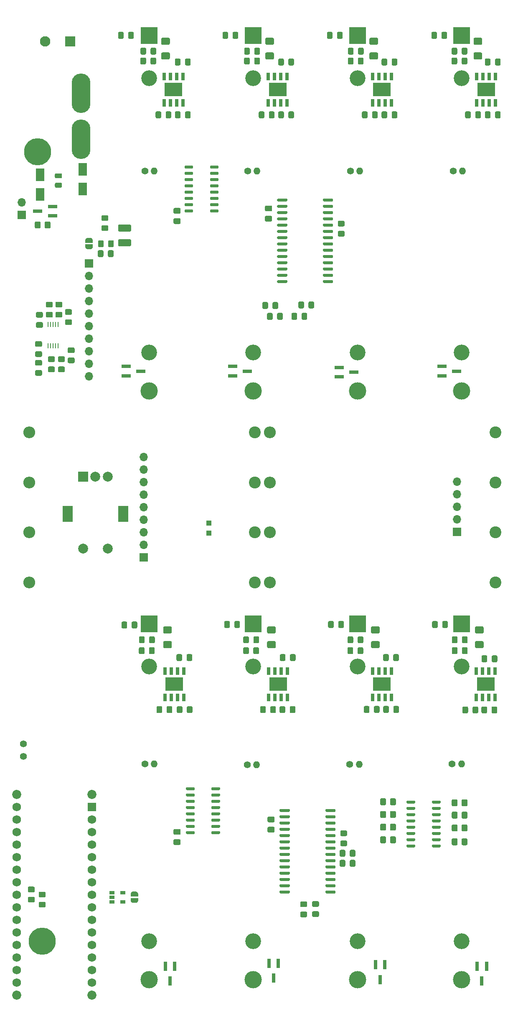
<source format=gbr>
%TF.GenerationSoftware,KiCad,Pcbnew,5.1.8*%
%TF.CreationDate,2020-12-26T20:56:00+01:00*%
%TF.ProjectId,charger2,63686172-6765-4723-922e-6b696361645f,rev?*%
%TF.SameCoordinates,Original*%
%TF.FileFunction,Soldermask,Top*%
%TF.FilePolarity,Negative*%
%FSLAX46Y46*%
G04 Gerber Fmt 4.6, Leading zero omitted, Abs format (unit mm)*
G04 Created by KiCad (PCBNEW 5.1.8) date 2020-12-26 20:56:00*
%MOMM*%
%LPD*%
G01*
G04 APERTURE LIST*
%ADD10R,1.060000X0.650000*%
%ADD11C,0.100000*%
%ADD12O,1.400000X1.400000*%
%ADD13C,1.400000*%
%ADD14C,3.500000*%
%ADD15R,3.500000X3.500000*%
%ADD16C,3.200000*%
%ADD17R,1.800000X2.500000*%
%ADD18O,2.400000X2.400000*%
%ADD19C,2.400000*%
%ADD20R,1.700000X1.700000*%
%ADD21O,1.700000X1.700000*%
%ADD22R,3.600000X2.700000*%
%ADD23R,0.650000X1.500000*%
%ADD24R,1.900000X0.800000*%
%ADD25C,1.727200*%
%ADD26R,1.727200X1.727200*%
%ADD27C,1.850000*%
%ADD28O,3.800000X8.000000*%
%ADD29R,1.000000X1.000000*%
%ADD30C,5.500000*%
%ADD31R,0.250000X1.100000*%
%ADD32R,2.000000X2.000000*%
%ADD33C,2.000000*%
%ADD34R,2.000000X3.200000*%
%ADD35R,0.800000X1.900000*%
%ADD36R,2.100000X2.100000*%
%ADD37C,2.100000*%
G04 APERTURE END LIST*
G36*
G01*
X41161000Y-158557500D02*
X40211000Y-158557500D01*
G75*
G02*
X39961000Y-158307500I0J250000D01*
G01*
X39961000Y-157632500D01*
G75*
G02*
X40211000Y-157382500I250000J0D01*
G01*
X41161000Y-157382500D01*
G75*
G02*
X41411000Y-157632500I0J-250000D01*
G01*
X41411000Y-158307500D01*
G75*
G02*
X41161000Y-158557500I-250000J0D01*
G01*
G37*
G36*
G01*
X41161000Y-160632500D02*
X40211000Y-160632500D01*
G75*
G02*
X39961000Y-160382500I0J250000D01*
G01*
X39961000Y-159707500D01*
G75*
G02*
X40211000Y-159457500I250000J0D01*
G01*
X41161000Y-159457500D01*
G75*
G02*
X41411000Y-159707500I0J-250000D01*
G01*
X41411000Y-160382500D01*
G75*
G02*
X41161000Y-160632500I-250000J0D01*
G01*
G37*
D10*
X10628000Y-172768000D03*
X10628000Y-174668000D03*
X8428000Y-174668000D03*
X8428000Y-173718000D03*
X8428000Y-172768000D03*
D11*
G36*
X13750000Y-173868000D02*
G01*
X13750000Y-174368000D01*
X13749398Y-174368000D01*
X13749398Y-174392534D01*
X13744588Y-174441365D01*
X13735016Y-174489490D01*
X13720772Y-174536445D01*
X13701995Y-174581778D01*
X13678864Y-174625051D01*
X13651604Y-174665850D01*
X13620476Y-174703779D01*
X13585779Y-174738476D01*
X13547850Y-174769604D01*
X13507051Y-174796864D01*
X13463778Y-174819995D01*
X13418445Y-174838772D01*
X13371490Y-174853016D01*
X13323365Y-174862588D01*
X13274534Y-174867398D01*
X13250000Y-174867398D01*
X13250000Y-174868000D01*
X12750000Y-174868000D01*
X12750000Y-174867398D01*
X12725466Y-174867398D01*
X12676635Y-174862588D01*
X12628510Y-174853016D01*
X12581555Y-174838772D01*
X12536222Y-174819995D01*
X12492949Y-174796864D01*
X12452150Y-174769604D01*
X12414221Y-174738476D01*
X12379524Y-174703779D01*
X12348396Y-174665850D01*
X12321136Y-174625051D01*
X12298005Y-174581778D01*
X12279228Y-174536445D01*
X12264984Y-174489490D01*
X12255412Y-174441365D01*
X12250602Y-174392534D01*
X12250602Y-174368000D01*
X12250000Y-174368000D01*
X12250000Y-173868000D01*
X13750000Y-173868000D01*
G37*
G36*
X12250602Y-173068000D02*
G01*
X12250602Y-173043466D01*
X12255412Y-172994635D01*
X12264984Y-172946510D01*
X12279228Y-172899555D01*
X12298005Y-172854222D01*
X12321136Y-172810949D01*
X12348396Y-172770150D01*
X12379524Y-172732221D01*
X12414221Y-172697524D01*
X12452150Y-172666396D01*
X12492949Y-172639136D01*
X12536222Y-172616005D01*
X12581555Y-172597228D01*
X12628510Y-172582984D01*
X12676635Y-172573412D01*
X12725466Y-172568602D01*
X12750000Y-172568602D01*
X12750000Y-172568000D01*
X13250000Y-172568000D01*
X13250000Y-172568602D01*
X13274534Y-172568602D01*
X13323365Y-172573412D01*
X13371490Y-172582984D01*
X13418445Y-172597228D01*
X13463778Y-172616005D01*
X13507051Y-172639136D01*
X13547850Y-172666396D01*
X13585779Y-172697524D01*
X13620476Y-172732221D01*
X13651604Y-172770150D01*
X13678864Y-172810949D01*
X13701995Y-172854222D01*
X13720772Y-172899555D01*
X13735016Y-172946510D01*
X13744588Y-172994635D01*
X13749398Y-173043466D01*
X13749398Y-173068000D01*
X13750000Y-173068000D01*
X13750000Y-173568000D01*
X12250000Y-173568000D01*
X12250000Y-173068000D01*
X12250602Y-173068000D01*
G37*
G36*
G01*
X21161000Y-161976000D02*
X22111000Y-161976000D01*
G75*
G02*
X22361000Y-162226000I0J-250000D01*
G01*
X22361000Y-162901000D01*
G75*
G02*
X22111000Y-163151000I-250000J0D01*
G01*
X21161000Y-163151000D01*
G75*
G02*
X20911000Y-162901000I0J250000D01*
G01*
X20911000Y-162226000D01*
G75*
G02*
X21161000Y-161976000I250000J0D01*
G01*
G37*
G36*
G01*
X21161000Y-159901000D02*
X22111000Y-159901000D01*
G75*
G02*
X22361000Y-160151000I0J-250000D01*
G01*
X22361000Y-160826000D01*
G75*
G02*
X22111000Y-161076000I-250000J0D01*
G01*
X21161000Y-161076000D01*
G75*
G02*
X20911000Y-160826000I0J250000D01*
G01*
X20911000Y-160151000D01*
G75*
G02*
X21161000Y-159901000I250000J0D01*
G01*
G37*
G36*
G01*
X21161000Y-36224500D02*
X22111000Y-36224500D01*
G75*
G02*
X22361000Y-36474500I0J-250000D01*
G01*
X22361000Y-37149500D01*
G75*
G02*
X22111000Y-37399500I-250000J0D01*
G01*
X21161000Y-37399500D01*
G75*
G02*
X20911000Y-37149500I0J250000D01*
G01*
X20911000Y-36474500D01*
G75*
G02*
X21161000Y-36224500I250000J0D01*
G01*
G37*
G36*
G01*
X21161000Y-34149500D02*
X22111000Y-34149500D01*
G75*
G02*
X22361000Y-34399500I0J-250000D01*
G01*
X22361000Y-35074500D01*
G75*
G02*
X22111000Y-35324500I-250000J0D01*
G01*
X21161000Y-35324500D01*
G75*
G02*
X20911000Y-35074500I0J250000D01*
G01*
X20911000Y-34399500D01*
G75*
G02*
X21161000Y-34149500I250000J0D01*
G01*
G37*
G36*
G01*
X40653000Y-34838000D02*
X39703000Y-34838000D01*
G75*
G02*
X39453000Y-34588000I0J250000D01*
G01*
X39453000Y-33913000D01*
G75*
G02*
X39703000Y-33663000I250000J0D01*
G01*
X40653000Y-33663000D01*
G75*
G02*
X40903000Y-33913000I0J-250000D01*
G01*
X40903000Y-34588000D01*
G75*
G02*
X40653000Y-34838000I-250000J0D01*
G01*
G37*
G36*
G01*
X40653000Y-36913000D02*
X39703000Y-36913000D01*
G75*
G02*
X39453000Y-36663000I0J250000D01*
G01*
X39453000Y-35988000D01*
G75*
G02*
X39703000Y-35738000I250000J0D01*
G01*
X40653000Y-35738000D01*
G75*
G02*
X40903000Y-35988000I0J-250000D01*
G01*
X40903000Y-36663000D01*
G75*
G02*
X40653000Y-36913000I-250000J0D01*
G01*
G37*
G36*
G01*
X73300000Y-154605000D02*
X73300000Y-154305000D01*
G75*
G02*
X73450000Y-154155000I150000J0D01*
G01*
X74900000Y-154155000D01*
G75*
G02*
X75050000Y-154305000I0J-150000D01*
G01*
X75050000Y-154605000D01*
G75*
G02*
X74900000Y-154755000I-150000J0D01*
G01*
X73450000Y-154755000D01*
G75*
G02*
X73300000Y-154605000I0J150000D01*
G01*
G37*
G36*
G01*
X73300000Y-155875000D02*
X73300000Y-155575000D01*
G75*
G02*
X73450000Y-155425000I150000J0D01*
G01*
X74900000Y-155425000D01*
G75*
G02*
X75050000Y-155575000I0J-150000D01*
G01*
X75050000Y-155875000D01*
G75*
G02*
X74900000Y-156025000I-150000J0D01*
G01*
X73450000Y-156025000D01*
G75*
G02*
X73300000Y-155875000I0J150000D01*
G01*
G37*
G36*
G01*
X73300000Y-157145000D02*
X73300000Y-156845000D01*
G75*
G02*
X73450000Y-156695000I150000J0D01*
G01*
X74900000Y-156695000D01*
G75*
G02*
X75050000Y-156845000I0J-150000D01*
G01*
X75050000Y-157145000D01*
G75*
G02*
X74900000Y-157295000I-150000J0D01*
G01*
X73450000Y-157295000D01*
G75*
G02*
X73300000Y-157145000I0J150000D01*
G01*
G37*
G36*
G01*
X73300000Y-158415000D02*
X73300000Y-158115000D01*
G75*
G02*
X73450000Y-157965000I150000J0D01*
G01*
X74900000Y-157965000D01*
G75*
G02*
X75050000Y-158115000I0J-150000D01*
G01*
X75050000Y-158415000D01*
G75*
G02*
X74900000Y-158565000I-150000J0D01*
G01*
X73450000Y-158565000D01*
G75*
G02*
X73300000Y-158415000I0J150000D01*
G01*
G37*
G36*
G01*
X73300000Y-159685000D02*
X73300000Y-159385000D01*
G75*
G02*
X73450000Y-159235000I150000J0D01*
G01*
X74900000Y-159235000D01*
G75*
G02*
X75050000Y-159385000I0J-150000D01*
G01*
X75050000Y-159685000D01*
G75*
G02*
X74900000Y-159835000I-150000J0D01*
G01*
X73450000Y-159835000D01*
G75*
G02*
X73300000Y-159685000I0J150000D01*
G01*
G37*
G36*
G01*
X73300000Y-160955000D02*
X73300000Y-160655000D01*
G75*
G02*
X73450000Y-160505000I150000J0D01*
G01*
X74900000Y-160505000D01*
G75*
G02*
X75050000Y-160655000I0J-150000D01*
G01*
X75050000Y-160955000D01*
G75*
G02*
X74900000Y-161105000I-150000J0D01*
G01*
X73450000Y-161105000D01*
G75*
G02*
X73300000Y-160955000I0J150000D01*
G01*
G37*
G36*
G01*
X73300000Y-162225000D02*
X73300000Y-161925000D01*
G75*
G02*
X73450000Y-161775000I150000J0D01*
G01*
X74900000Y-161775000D01*
G75*
G02*
X75050000Y-161925000I0J-150000D01*
G01*
X75050000Y-162225000D01*
G75*
G02*
X74900000Y-162375000I-150000J0D01*
G01*
X73450000Y-162375000D01*
G75*
G02*
X73300000Y-162225000I0J150000D01*
G01*
G37*
G36*
G01*
X73300000Y-163495000D02*
X73300000Y-163195000D01*
G75*
G02*
X73450000Y-163045000I150000J0D01*
G01*
X74900000Y-163045000D01*
G75*
G02*
X75050000Y-163195000I0J-150000D01*
G01*
X75050000Y-163495000D01*
G75*
G02*
X74900000Y-163645000I-150000J0D01*
G01*
X73450000Y-163645000D01*
G75*
G02*
X73300000Y-163495000I0J150000D01*
G01*
G37*
G36*
G01*
X68150000Y-163495000D02*
X68150000Y-163195000D01*
G75*
G02*
X68300000Y-163045000I150000J0D01*
G01*
X69750000Y-163045000D01*
G75*
G02*
X69900000Y-163195000I0J-150000D01*
G01*
X69900000Y-163495000D01*
G75*
G02*
X69750000Y-163645000I-150000J0D01*
G01*
X68300000Y-163645000D01*
G75*
G02*
X68150000Y-163495000I0J150000D01*
G01*
G37*
G36*
G01*
X68150000Y-162225000D02*
X68150000Y-161925000D01*
G75*
G02*
X68300000Y-161775000I150000J0D01*
G01*
X69750000Y-161775000D01*
G75*
G02*
X69900000Y-161925000I0J-150000D01*
G01*
X69900000Y-162225000D01*
G75*
G02*
X69750000Y-162375000I-150000J0D01*
G01*
X68300000Y-162375000D01*
G75*
G02*
X68150000Y-162225000I0J150000D01*
G01*
G37*
G36*
G01*
X68150000Y-160955000D02*
X68150000Y-160655000D01*
G75*
G02*
X68300000Y-160505000I150000J0D01*
G01*
X69750000Y-160505000D01*
G75*
G02*
X69900000Y-160655000I0J-150000D01*
G01*
X69900000Y-160955000D01*
G75*
G02*
X69750000Y-161105000I-150000J0D01*
G01*
X68300000Y-161105000D01*
G75*
G02*
X68150000Y-160955000I0J150000D01*
G01*
G37*
G36*
G01*
X68150000Y-159685000D02*
X68150000Y-159385000D01*
G75*
G02*
X68300000Y-159235000I150000J0D01*
G01*
X69750000Y-159235000D01*
G75*
G02*
X69900000Y-159385000I0J-150000D01*
G01*
X69900000Y-159685000D01*
G75*
G02*
X69750000Y-159835000I-150000J0D01*
G01*
X68300000Y-159835000D01*
G75*
G02*
X68150000Y-159685000I0J150000D01*
G01*
G37*
G36*
G01*
X68150000Y-158415000D02*
X68150000Y-158115000D01*
G75*
G02*
X68300000Y-157965000I150000J0D01*
G01*
X69750000Y-157965000D01*
G75*
G02*
X69900000Y-158115000I0J-150000D01*
G01*
X69900000Y-158415000D01*
G75*
G02*
X69750000Y-158565000I-150000J0D01*
G01*
X68300000Y-158565000D01*
G75*
G02*
X68150000Y-158415000I0J150000D01*
G01*
G37*
G36*
G01*
X68150000Y-157145000D02*
X68150000Y-156845000D01*
G75*
G02*
X68300000Y-156695000I150000J0D01*
G01*
X69750000Y-156695000D01*
G75*
G02*
X69900000Y-156845000I0J-150000D01*
G01*
X69900000Y-157145000D01*
G75*
G02*
X69750000Y-157295000I-150000J0D01*
G01*
X68300000Y-157295000D01*
G75*
G02*
X68150000Y-157145000I0J150000D01*
G01*
G37*
G36*
G01*
X68150000Y-155875000D02*
X68150000Y-155575000D01*
G75*
G02*
X68300000Y-155425000I150000J0D01*
G01*
X69750000Y-155425000D01*
G75*
G02*
X69900000Y-155575000I0J-150000D01*
G01*
X69900000Y-155875000D01*
G75*
G02*
X69750000Y-156025000I-150000J0D01*
G01*
X68300000Y-156025000D01*
G75*
G02*
X68150000Y-155875000I0J150000D01*
G01*
G37*
G36*
G01*
X68150000Y-154605000D02*
X68150000Y-154305000D01*
G75*
G02*
X68300000Y-154155000I150000J0D01*
G01*
X69750000Y-154155000D01*
G75*
G02*
X69900000Y-154305000I0J-150000D01*
G01*
X69900000Y-154605000D01*
G75*
G02*
X69750000Y-154755000I-150000J0D01*
G01*
X68300000Y-154755000D01*
G75*
G02*
X68150000Y-154605000I0J150000D01*
G01*
G37*
G36*
G01*
X25200000Y-160495000D02*
X25200000Y-160795000D01*
G75*
G02*
X25050000Y-160945000I-150000J0D01*
G01*
X23600000Y-160945000D01*
G75*
G02*
X23450000Y-160795000I0J150000D01*
G01*
X23450000Y-160495000D01*
G75*
G02*
X23600000Y-160345000I150000J0D01*
G01*
X25050000Y-160345000D01*
G75*
G02*
X25200000Y-160495000I0J-150000D01*
G01*
G37*
G36*
G01*
X25200000Y-159225000D02*
X25200000Y-159525000D01*
G75*
G02*
X25050000Y-159675000I-150000J0D01*
G01*
X23600000Y-159675000D01*
G75*
G02*
X23450000Y-159525000I0J150000D01*
G01*
X23450000Y-159225000D01*
G75*
G02*
X23600000Y-159075000I150000J0D01*
G01*
X25050000Y-159075000D01*
G75*
G02*
X25200000Y-159225000I0J-150000D01*
G01*
G37*
G36*
G01*
X25200000Y-157955000D02*
X25200000Y-158255000D01*
G75*
G02*
X25050000Y-158405000I-150000J0D01*
G01*
X23600000Y-158405000D01*
G75*
G02*
X23450000Y-158255000I0J150000D01*
G01*
X23450000Y-157955000D01*
G75*
G02*
X23600000Y-157805000I150000J0D01*
G01*
X25050000Y-157805000D01*
G75*
G02*
X25200000Y-157955000I0J-150000D01*
G01*
G37*
G36*
G01*
X25200000Y-156685000D02*
X25200000Y-156985000D01*
G75*
G02*
X25050000Y-157135000I-150000J0D01*
G01*
X23600000Y-157135000D01*
G75*
G02*
X23450000Y-156985000I0J150000D01*
G01*
X23450000Y-156685000D01*
G75*
G02*
X23600000Y-156535000I150000J0D01*
G01*
X25050000Y-156535000D01*
G75*
G02*
X25200000Y-156685000I0J-150000D01*
G01*
G37*
G36*
G01*
X25200000Y-155415000D02*
X25200000Y-155715000D01*
G75*
G02*
X25050000Y-155865000I-150000J0D01*
G01*
X23600000Y-155865000D01*
G75*
G02*
X23450000Y-155715000I0J150000D01*
G01*
X23450000Y-155415000D01*
G75*
G02*
X23600000Y-155265000I150000J0D01*
G01*
X25050000Y-155265000D01*
G75*
G02*
X25200000Y-155415000I0J-150000D01*
G01*
G37*
G36*
G01*
X25200000Y-154145000D02*
X25200000Y-154445000D01*
G75*
G02*
X25050000Y-154595000I-150000J0D01*
G01*
X23600000Y-154595000D01*
G75*
G02*
X23450000Y-154445000I0J150000D01*
G01*
X23450000Y-154145000D01*
G75*
G02*
X23600000Y-153995000I150000J0D01*
G01*
X25050000Y-153995000D01*
G75*
G02*
X25200000Y-154145000I0J-150000D01*
G01*
G37*
G36*
G01*
X25200000Y-152875000D02*
X25200000Y-153175000D01*
G75*
G02*
X25050000Y-153325000I-150000J0D01*
G01*
X23600000Y-153325000D01*
G75*
G02*
X23450000Y-153175000I0J150000D01*
G01*
X23450000Y-152875000D01*
G75*
G02*
X23600000Y-152725000I150000J0D01*
G01*
X25050000Y-152725000D01*
G75*
G02*
X25200000Y-152875000I0J-150000D01*
G01*
G37*
G36*
G01*
X25200000Y-151605000D02*
X25200000Y-151905000D01*
G75*
G02*
X25050000Y-152055000I-150000J0D01*
G01*
X23600000Y-152055000D01*
G75*
G02*
X23450000Y-151905000I0J150000D01*
G01*
X23450000Y-151605000D01*
G75*
G02*
X23600000Y-151455000I150000J0D01*
G01*
X25050000Y-151455000D01*
G75*
G02*
X25200000Y-151605000I0J-150000D01*
G01*
G37*
G36*
G01*
X30350000Y-151605000D02*
X30350000Y-151905000D01*
G75*
G02*
X30200000Y-152055000I-150000J0D01*
G01*
X28750000Y-152055000D01*
G75*
G02*
X28600000Y-151905000I0J150000D01*
G01*
X28600000Y-151605000D01*
G75*
G02*
X28750000Y-151455000I150000J0D01*
G01*
X30200000Y-151455000D01*
G75*
G02*
X30350000Y-151605000I0J-150000D01*
G01*
G37*
G36*
G01*
X30350000Y-152875000D02*
X30350000Y-153175000D01*
G75*
G02*
X30200000Y-153325000I-150000J0D01*
G01*
X28750000Y-153325000D01*
G75*
G02*
X28600000Y-153175000I0J150000D01*
G01*
X28600000Y-152875000D01*
G75*
G02*
X28750000Y-152725000I150000J0D01*
G01*
X30200000Y-152725000D01*
G75*
G02*
X30350000Y-152875000I0J-150000D01*
G01*
G37*
G36*
G01*
X30350000Y-154145000D02*
X30350000Y-154445000D01*
G75*
G02*
X30200000Y-154595000I-150000J0D01*
G01*
X28750000Y-154595000D01*
G75*
G02*
X28600000Y-154445000I0J150000D01*
G01*
X28600000Y-154145000D01*
G75*
G02*
X28750000Y-153995000I150000J0D01*
G01*
X30200000Y-153995000D01*
G75*
G02*
X30350000Y-154145000I0J-150000D01*
G01*
G37*
G36*
G01*
X30350000Y-155415000D02*
X30350000Y-155715000D01*
G75*
G02*
X30200000Y-155865000I-150000J0D01*
G01*
X28750000Y-155865000D01*
G75*
G02*
X28600000Y-155715000I0J150000D01*
G01*
X28600000Y-155415000D01*
G75*
G02*
X28750000Y-155265000I150000J0D01*
G01*
X30200000Y-155265000D01*
G75*
G02*
X30350000Y-155415000I0J-150000D01*
G01*
G37*
G36*
G01*
X30350000Y-156685000D02*
X30350000Y-156985000D01*
G75*
G02*
X30200000Y-157135000I-150000J0D01*
G01*
X28750000Y-157135000D01*
G75*
G02*
X28600000Y-156985000I0J150000D01*
G01*
X28600000Y-156685000D01*
G75*
G02*
X28750000Y-156535000I150000J0D01*
G01*
X30200000Y-156535000D01*
G75*
G02*
X30350000Y-156685000I0J-150000D01*
G01*
G37*
G36*
G01*
X30350000Y-157955000D02*
X30350000Y-158255000D01*
G75*
G02*
X30200000Y-158405000I-150000J0D01*
G01*
X28750000Y-158405000D01*
G75*
G02*
X28600000Y-158255000I0J150000D01*
G01*
X28600000Y-157955000D01*
G75*
G02*
X28750000Y-157805000I150000J0D01*
G01*
X30200000Y-157805000D01*
G75*
G02*
X30350000Y-157955000I0J-150000D01*
G01*
G37*
G36*
G01*
X30350000Y-159225000D02*
X30350000Y-159525000D01*
G75*
G02*
X30200000Y-159675000I-150000J0D01*
G01*
X28750000Y-159675000D01*
G75*
G02*
X28600000Y-159525000I0J150000D01*
G01*
X28600000Y-159225000D01*
G75*
G02*
X28750000Y-159075000I150000J0D01*
G01*
X30200000Y-159075000D01*
G75*
G02*
X30350000Y-159225000I0J-150000D01*
G01*
G37*
G36*
G01*
X30350000Y-160495000D02*
X30350000Y-160795000D01*
G75*
G02*
X30200000Y-160945000I-150000J0D01*
G01*
X28750000Y-160945000D01*
G75*
G02*
X28600000Y-160795000I0J150000D01*
G01*
X28600000Y-160495000D01*
G75*
G02*
X28750000Y-160345000I150000J0D01*
G01*
X30200000Y-160345000D01*
G75*
G02*
X30350000Y-160495000I0J-150000D01*
G01*
G37*
G36*
G01*
X24900000Y-34595000D02*
X24900000Y-34895000D01*
G75*
G02*
X24750000Y-35045000I-150000J0D01*
G01*
X23300000Y-35045000D01*
G75*
G02*
X23150000Y-34895000I0J150000D01*
G01*
X23150000Y-34595000D01*
G75*
G02*
X23300000Y-34445000I150000J0D01*
G01*
X24750000Y-34445000D01*
G75*
G02*
X24900000Y-34595000I0J-150000D01*
G01*
G37*
G36*
G01*
X24900000Y-33325000D02*
X24900000Y-33625000D01*
G75*
G02*
X24750000Y-33775000I-150000J0D01*
G01*
X23300000Y-33775000D01*
G75*
G02*
X23150000Y-33625000I0J150000D01*
G01*
X23150000Y-33325000D01*
G75*
G02*
X23300000Y-33175000I150000J0D01*
G01*
X24750000Y-33175000D01*
G75*
G02*
X24900000Y-33325000I0J-150000D01*
G01*
G37*
G36*
G01*
X24900000Y-32055000D02*
X24900000Y-32355000D01*
G75*
G02*
X24750000Y-32505000I-150000J0D01*
G01*
X23300000Y-32505000D01*
G75*
G02*
X23150000Y-32355000I0J150000D01*
G01*
X23150000Y-32055000D01*
G75*
G02*
X23300000Y-31905000I150000J0D01*
G01*
X24750000Y-31905000D01*
G75*
G02*
X24900000Y-32055000I0J-150000D01*
G01*
G37*
G36*
G01*
X24900000Y-30785000D02*
X24900000Y-31085000D01*
G75*
G02*
X24750000Y-31235000I-150000J0D01*
G01*
X23300000Y-31235000D01*
G75*
G02*
X23150000Y-31085000I0J150000D01*
G01*
X23150000Y-30785000D01*
G75*
G02*
X23300000Y-30635000I150000J0D01*
G01*
X24750000Y-30635000D01*
G75*
G02*
X24900000Y-30785000I0J-150000D01*
G01*
G37*
G36*
G01*
X24900000Y-29515000D02*
X24900000Y-29815000D01*
G75*
G02*
X24750000Y-29965000I-150000J0D01*
G01*
X23300000Y-29965000D01*
G75*
G02*
X23150000Y-29815000I0J150000D01*
G01*
X23150000Y-29515000D01*
G75*
G02*
X23300000Y-29365000I150000J0D01*
G01*
X24750000Y-29365000D01*
G75*
G02*
X24900000Y-29515000I0J-150000D01*
G01*
G37*
G36*
G01*
X24900000Y-28245000D02*
X24900000Y-28545000D01*
G75*
G02*
X24750000Y-28695000I-150000J0D01*
G01*
X23300000Y-28695000D01*
G75*
G02*
X23150000Y-28545000I0J150000D01*
G01*
X23150000Y-28245000D01*
G75*
G02*
X23300000Y-28095000I150000J0D01*
G01*
X24750000Y-28095000D01*
G75*
G02*
X24900000Y-28245000I0J-150000D01*
G01*
G37*
G36*
G01*
X24900000Y-26975000D02*
X24900000Y-27275000D01*
G75*
G02*
X24750000Y-27425000I-150000J0D01*
G01*
X23300000Y-27425000D01*
G75*
G02*
X23150000Y-27275000I0J150000D01*
G01*
X23150000Y-26975000D01*
G75*
G02*
X23300000Y-26825000I150000J0D01*
G01*
X24750000Y-26825000D01*
G75*
G02*
X24900000Y-26975000I0J-150000D01*
G01*
G37*
G36*
G01*
X24900000Y-25705000D02*
X24900000Y-26005000D01*
G75*
G02*
X24750000Y-26155000I-150000J0D01*
G01*
X23300000Y-26155000D01*
G75*
G02*
X23150000Y-26005000I0J150000D01*
G01*
X23150000Y-25705000D01*
G75*
G02*
X23300000Y-25555000I150000J0D01*
G01*
X24750000Y-25555000D01*
G75*
G02*
X24900000Y-25705000I0J-150000D01*
G01*
G37*
G36*
G01*
X30050000Y-25705000D02*
X30050000Y-26005000D01*
G75*
G02*
X29900000Y-26155000I-150000J0D01*
G01*
X28450000Y-26155000D01*
G75*
G02*
X28300000Y-26005000I0J150000D01*
G01*
X28300000Y-25705000D01*
G75*
G02*
X28450000Y-25555000I150000J0D01*
G01*
X29900000Y-25555000D01*
G75*
G02*
X30050000Y-25705000I0J-150000D01*
G01*
G37*
G36*
G01*
X30050000Y-26975000D02*
X30050000Y-27275000D01*
G75*
G02*
X29900000Y-27425000I-150000J0D01*
G01*
X28450000Y-27425000D01*
G75*
G02*
X28300000Y-27275000I0J150000D01*
G01*
X28300000Y-26975000D01*
G75*
G02*
X28450000Y-26825000I150000J0D01*
G01*
X29900000Y-26825000D01*
G75*
G02*
X30050000Y-26975000I0J-150000D01*
G01*
G37*
G36*
G01*
X30050000Y-28245000D02*
X30050000Y-28545000D01*
G75*
G02*
X29900000Y-28695000I-150000J0D01*
G01*
X28450000Y-28695000D01*
G75*
G02*
X28300000Y-28545000I0J150000D01*
G01*
X28300000Y-28245000D01*
G75*
G02*
X28450000Y-28095000I150000J0D01*
G01*
X29900000Y-28095000D01*
G75*
G02*
X30050000Y-28245000I0J-150000D01*
G01*
G37*
G36*
G01*
X30050000Y-29515000D02*
X30050000Y-29815000D01*
G75*
G02*
X29900000Y-29965000I-150000J0D01*
G01*
X28450000Y-29965000D01*
G75*
G02*
X28300000Y-29815000I0J150000D01*
G01*
X28300000Y-29515000D01*
G75*
G02*
X28450000Y-29365000I150000J0D01*
G01*
X29900000Y-29365000D01*
G75*
G02*
X30050000Y-29515000I0J-150000D01*
G01*
G37*
G36*
G01*
X30050000Y-30785000D02*
X30050000Y-31085000D01*
G75*
G02*
X29900000Y-31235000I-150000J0D01*
G01*
X28450000Y-31235000D01*
G75*
G02*
X28300000Y-31085000I0J150000D01*
G01*
X28300000Y-30785000D01*
G75*
G02*
X28450000Y-30635000I150000J0D01*
G01*
X29900000Y-30635000D01*
G75*
G02*
X30050000Y-30785000I0J-150000D01*
G01*
G37*
G36*
G01*
X30050000Y-32055000D02*
X30050000Y-32355000D01*
G75*
G02*
X29900000Y-32505000I-150000J0D01*
G01*
X28450000Y-32505000D01*
G75*
G02*
X28300000Y-32355000I0J150000D01*
G01*
X28300000Y-32055000D01*
G75*
G02*
X28450000Y-31905000I150000J0D01*
G01*
X29900000Y-31905000D01*
G75*
G02*
X30050000Y-32055000I0J-150000D01*
G01*
G37*
G36*
G01*
X30050000Y-33325000D02*
X30050000Y-33625000D01*
G75*
G02*
X29900000Y-33775000I-150000J0D01*
G01*
X28450000Y-33775000D01*
G75*
G02*
X28300000Y-33625000I0J150000D01*
G01*
X28300000Y-33325000D01*
G75*
G02*
X28450000Y-33175000I150000J0D01*
G01*
X29900000Y-33175000D01*
G75*
G02*
X30050000Y-33325000I0J-150000D01*
G01*
G37*
G36*
G01*
X30050000Y-34595000D02*
X30050000Y-34895000D01*
G75*
G02*
X29900000Y-35045000I-150000J0D01*
G01*
X28450000Y-35045000D01*
G75*
G02*
X28300000Y-34895000I0J150000D01*
G01*
X28300000Y-34595000D01*
G75*
G02*
X28450000Y-34445000I150000J0D01*
G01*
X29900000Y-34445000D01*
G75*
G02*
X30050000Y-34595000I0J-150000D01*
G01*
G37*
D12*
X79500000Y-26700000D03*
D13*
X77600000Y-26700000D03*
D14*
X79300000Y-71200000D03*
D15*
X79300000Y800000D03*
D16*
X79300000Y-7845000D03*
X79300000Y-63455000D03*
D17*
X-6150000Y-27400000D03*
X-6150000Y-31400000D03*
G36*
G01*
X-2875000Y-27150000D02*
X-1925000Y-27150000D01*
G75*
G02*
X-1675000Y-27400000I0J-250000D01*
G01*
X-1675000Y-27900000D01*
G75*
G02*
X-1925000Y-28150000I-250000J0D01*
G01*
X-2875000Y-28150000D01*
G75*
G02*
X-3125000Y-27900000I0J250000D01*
G01*
X-3125000Y-27400000D01*
G75*
G02*
X-2875000Y-27150000I250000J0D01*
G01*
G37*
G36*
G01*
X-2875000Y-29050000D02*
X-1925000Y-29050000D01*
G75*
G02*
X-1675000Y-29300000I0J-250000D01*
G01*
X-1675000Y-29800000D01*
G75*
G02*
X-1925000Y-30050000I-250000J0D01*
G01*
X-2875000Y-30050000D01*
G75*
G02*
X-3125000Y-29800000I0J250000D01*
G01*
X-3125000Y-29300000D01*
G75*
G02*
X-2875000Y-29050000I250000J0D01*
G01*
G37*
D18*
X-8320000Y-79600000D03*
D19*
X37400000Y-79600000D03*
D18*
X40480000Y-110000000D03*
D19*
X86200000Y-110000000D03*
D14*
X58200000Y-190400000D03*
D15*
X58200000Y-118400000D03*
D16*
X58200000Y-127045000D03*
X58200000Y-182655000D03*
X37100000Y-63455000D03*
X37100000Y-7845000D03*
D15*
X37100000Y800000D03*
D14*
X37100000Y-71200000D03*
D16*
X16000000Y-63455000D03*
X16000000Y-7845000D03*
D15*
X16000000Y800000D03*
D14*
X16000000Y-71200000D03*
G36*
G01*
X38241666Y-123349999D02*
X38241666Y-124250001D01*
G75*
G02*
X37991667Y-124500000I-249999J0D01*
G01*
X37341665Y-124500000D01*
G75*
G02*
X37091666Y-124250001I0J249999D01*
G01*
X37091666Y-123349999D01*
G75*
G02*
X37341665Y-123100000I249999J0D01*
G01*
X37991667Y-123100000D01*
G75*
G02*
X38241666Y-123349999I0J-249999D01*
G01*
G37*
G36*
G01*
X36191666Y-123349999D02*
X36191666Y-124250001D01*
G75*
G02*
X35941667Y-124500000I-249999J0D01*
G01*
X35291665Y-124500000D01*
G75*
G02*
X35041666Y-124250001I0J249999D01*
G01*
X35041666Y-123349999D01*
G75*
G02*
X35291665Y-123100000I249999J0D01*
G01*
X35941667Y-123100000D01*
G75*
G02*
X36191666Y-123349999I0J-249999D01*
G01*
G37*
G36*
G01*
X-5200000Y-38050001D02*
X-5200000Y-37149999D01*
G75*
G02*
X-4950001Y-36900000I249999J0D01*
G01*
X-4249999Y-36900000D01*
G75*
G02*
X-4000000Y-37149999I0J-249999D01*
G01*
X-4000000Y-38050001D01*
G75*
G02*
X-4249999Y-38300000I-249999J0D01*
G01*
X-4950001Y-38300000D01*
G75*
G02*
X-5200000Y-38050001I0J249999D01*
G01*
G37*
G36*
G01*
X-7200000Y-38050001D02*
X-7200000Y-37149999D01*
G75*
G02*
X-6950001Y-36900000I249999J0D01*
G01*
X-6249999Y-36900000D01*
G75*
G02*
X-6000000Y-37149999I0J-249999D01*
G01*
X-6000000Y-38050001D01*
G75*
G02*
X-6249999Y-38300000I-249999J0D01*
G01*
X-6950001Y-38300000D01*
G75*
G02*
X-7200000Y-38050001I0J249999D01*
G01*
G37*
D20*
X-9860000Y-35542000D03*
D21*
X-9860000Y-33002000D03*
G36*
G01*
X64800000Y-162550001D02*
X64800000Y-161649999D01*
G75*
G02*
X65049999Y-161400000I249999J0D01*
G01*
X65750001Y-161400000D01*
G75*
G02*
X66000000Y-161649999I0J-249999D01*
G01*
X66000000Y-162550001D01*
G75*
G02*
X65750001Y-162800000I-249999J0D01*
G01*
X65049999Y-162800000D01*
G75*
G02*
X64800000Y-162550001I0J249999D01*
G01*
G37*
G36*
G01*
X62800000Y-162550001D02*
X62800000Y-161649999D01*
G75*
G02*
X63049999Y-161400000I249999J0D01*
G01*
X63750001Y-161400000D01*
G75*
G02*
X64000000Y-161649999I0J-249999D01*
G01*
X64000000Y-162550001D01*
G75*
G02*
X63750001Y-162800000I-249999J0D01*
G01*
X63049999Y-162800000D01*
G75*
G02*
X62800000Y-162550001I0J249999D01*
G01*
G37*
G36*
G01*
X64800000Y-154850001D02*
X64800000Y-153949999D01*
G75*
G02*
X65049999Y-153700000I249999J0D01*
G01*
X65750001Y-153700000D01*
G75*
G02*
X66000000Y-153949999I0J-249999D01*
G01*
X66000000Y-154850001D01*
G75*
G02*
X65750001Y-155100000I-249999J0D01*
G01*
X65049999Y-155100000D01*
G75*
G02*
X64800000Y-154850001I0J249999D01*
G01*
G37*
G36*
G01*
X62800000Y-154850001D02*
X62800000Y-153949999D01*
G75*
G02*
X63049999Y-153700000I249999J0D01*
G01*
X63750001Y-153700000D01*
G75*
G02*
X64000000Y-153949999I0J-249999D01*
G01*
X64000000Y-154850001D01*
G75*
G02*
X63750001Y-155100000I-249999J0D01*
G01*
X63049999Y-155100000D01*
G75*
G02*
X62800000Y-154850001I0J249999D01*
G01*
G37*
G36*
G01*
X64800000Y-157416667D02*
X64800000Y-156516665D01*
G75*
G02*
X65049999Y-156266666I249999J0D01*
G01*
X65750001Y-156266666D01*
G75*
G02*
X66000000Y-156516665I0J-249999D01*
G01*
X66000000Y-157416667D01*
G75*
G02*
X65750001Y-157666666I-249999J0D01*
G01*
X65049999Y-157666666D01*
G75*
G02*
X64800000Y-157416667I0J249999D01*
G01*
G37*
G36*
G01*
X62800000Y-157416667D02*
X62800000Y-156516665D01*
G75*
G02*
X63049999Y-156266666I249999J0D01*
G01*
X63750001Y-156266666D01*
G75*
G02*
X64000000Y-156516665I0J-249999D01*
G01*
X64000000Y-157416667D01*
G75*
G02*
X63750001Y-157666666I-249999J0D01*
G01*
X63049999Y-157666666D01*
G75*
G02*
X62800000Y-157416667I0J249999D01*
G01*
G37*
G36*
G01*
X64800000Y-159983333D02*
X64800000Y-159083331D01*
G75*
G02*
X65049999Y-158833332I249999J0D01*
G01*
X65750001Y-158833332D01*
G75*
G02*
X66000000Y-159083331I0J-249999D01*
G01*
X66000000Y-159983333D01*
G75*
G02*
X65750001Y-160233332I-249999J0D01*
G01*
X65049999Y-160233332D01*
G75*
G02*
X64800000Y-159983333I0J249999D01*
G01*
G37*
G36*
G01*
X62800000Y-159983333D02*
X62800000Y-159083331D01*
G75*
G02*
X63049999Y-158833332I249999J0D01*
G01*
X63750001Y-158833332D01*
G75*
G02*
X64000000Y-159083331I0J-249999D01*
G01*
X64000000Y-159983333D01*
G75*
G02*
X63750001Y-160233332I-249999J0D01*
G01*
X63049999Y-160233332D01*
G75*
G02*
X62800000Y-159983333I0J249999D01*
G01*
G37*
G36*
G01*
X78500000Y-156649999D02*
X78500000Y-157550001D01*
G75*
G02*
X78250001Y-157800000I-249999J0D01*
G01*
X77549999Y-157800000D01*
G75*
G02*
X77300000Y-157550001I0J249999D01*
G01*
X77300000Y-156649999D01*
G75*
G02*
X77549999Y-156400000I249999J0D01*
G01*
X78250001Y-156400000D01*
G75*
G02*
X78500000Y-156649999I0J-249999D01*
G01*
G37*
G36*
G01*
X80500000Y-156649999D02*
X80500000Y-157550001D01*
G75*
G02*
X80250001Y-157800000I-249999J0D01*
G01*
X79549999Y-157800000D01*
G75*
G02*
X79300000Y-157550001I0J249999D01*
G01*
X79300000Y-156649999D01*
G75*
G02*
X79549999Y-156400000I249999J0D01*
G01*
X80250001Y-156400000D01*
G75*
G02*
X80500000Y-156649999I0J-249999D01*
G01*
G37*
G36*
G01*
X78500000Y-159249999D02*
X78500000Y-160150001D01*
G75*
G02*
X78250001Y-160400000I-249999J0D01*
G01*
X77549999Y-160400000D01*
G75*
G02*
X77300000Y-160150001I0J249999D01*
G01*
X77300000Y-159249999D01*
G75*
G02*
X77549999Y-159000000I249999J0D01*
G01*
X78250001Y-159000000D01*
G75*
G02*
X78500000Y-159249999I0J-249999D01*
G01*
G37*
G36*
G01*
X80500000Y-159249999D02*
X80500000Y-160150001D01*
G75*
G02*
X80250001Y-160400000I-249999J0D01*
G01*
X79549999Y-160400000D01*
G75*
G02*
X79300000Y-160150001I0J249999D01*
G01*
X79300000Y-159249999D01*
G75*
G02*
X79549999Y-159000000I249999J0D01*
G01*
X80250001Y-159000000D01*
G75*
G02*
X80500000Y-159249999I0J-249999D01*
G01*
G37*
G36*
G01*
X78500000Y-154149999D02*
X78500000Y-155050001D01*
G75*
G02*
X78250001Y-155300000I-249999J0D01*
G01*
X77549999Y-155300000D01*
G75*
G02*
X77300000Y-155050001I0J249999D01*
G01*
X77300000Y-154149999D01*
G75*
G02*
X77549999Y-153900000I249999J0D01*
G01*
X78250001Y-153900000D01*
G75*
G02*
X78500000Y-154149999I0J-249999D01*
G01*
G37*
G36*
G01*
X80500000Y-154149999D02*
X80500000Y-155050001D01*
G75*
G02*
X80250001Y-155300000I-249999J0D01*
G01*
X79549999Y-155300000D01*
G75*
G02*
X79300000Y-155050001I0J249999D01*
G01*
X79300000Y-154149999D01*
G75*
G02*
X79549999Y-153900000I249999J0D01*
G01*
X80250001Y-153900000D01*
G75*
G02*
X80500000Y-154149999I0J-249999D01*
G01*
G37*
G36*
G01*
X78500000Y-162049999D02*
X78500000Y-162950001D01*
G75*
G02*
X78250001Y-163200000I-249999J0D01*
G01*
X77549999Y-163200000D01*
G75*
G02*
X77300000Y-162950001I0J249999D01*
G01*
X77300000Y-162049999D01*
G75*
G02*
X77549999Y-161800000I249999J0D01*
G01*
X78250001Y-161800000D01*
G75*
G02*
X78500000Y-162049999I0J-249999D01*
G01*
G37*
G36*
G01*
X80500000Y-162049999D02*
X80500000Y-162950001D01*
G75*
G02*
X80250001Y-163200000I-249999J0D01*
G01*
X79549999Y-163200000D01*
G75*
G02*
X79300000Y-162950001I0J249999D01*
G01*
X79300000Y-162049999D01*
G75*
G02*
X79549999Y-161800000I249999J0D01*
G01*
X80250001Y-161800000D01*
G75*
G02*
X80500000Y-162049999I0J-249999D01*
G01*
G37*
D12*
X58533332Y-146800000D03*
D13*
X56633332Y-146800000D03*
D12*
X79300000Y-146700000D03*
D13*
X77400000Y-146700000D03*
D12*
X37766666Y-146900000D03*
D13*
X35866666Y-146900000D03*
D12*
X17000000Y-146700000D03*
D13*
X15100000Y-146700000D03*
D12*
X58666666Y-26700000D03*
D13*
X56766666Y-26700000D03*
D12*
X37833333Y-26700000D03*
D13*
X35933333Y-26700000D03*
D12*
X17000000Y-26700000D03*
D13*
X15100000Y-26700000D03*
D22*
X84300000Y-10200000D03*
D23*
X82395000Y-7500000D03*
X83665000Y-7500000D03*
X84935000Y-7500000D03*
X86205000Y-7500000D03*
X86205000Y-12900000D03*
X84935000Y-12900000D03*
X83665000Y-12900000D03*
X82395000Y-12900000D03*
D22*
X21100000Y-130600000D03*
D23*
X19195000Y-127900000D03*
X20465000Y-127900000D03*
X21735000Y-127900000D03*
X23005000Y-127900000D03*
X23005000Y-133300000D03*
X21735000Y-133300000D03*
X20465000Y-133300000D03*
X19195000Y-133300000D03*
D22*
X42133333Y-130600000D03*
D23*
X40228333Y-127900000D03*
X41498333Y-127900000D03*
X42768333Y-127900000D03*
X44038333Y-127900000D03*
X44038333Y-133300000D03*
X42768333Y-133300000D03*
X41498333Y-133300000D03*
X40228333Y-133300000D03*
D22*
X63166666Y-130600000D03*
D23*
X61261666Y-127900000D03*
X62531666Y-127900000D03*
X63801666Y-127900000D03*
X65071666Y-127900000D03*
X65071666Y-133300000D03*
X63801666Y-133300000D03*
X62531666Y-133300000D03*
X61261666Y-133300000D03*
D22*
X84200000Y-130600000D03*
D23*
X82295000Y-127900000D03*
X83565000Y-127900000D03*
X84835000Y-127900000D03*
X86105000Y-127900000D03*
X86105000Y-133300000D03*
X84835000Y-133300000D03*
X83565000Y-133300000D03*
X82295000Y-133300000D03*
G36*
G01*
X44475000Y-172505000D02*
X44475000Y-172805000D01*
G75*
G02*
X44325000Y-172955000I-150000J0D01*
G01*
X42575000Y-172955000D01*
G75*
G02*
X42425000Y-172805000I0J150000D01*
G01*
X42425000Y-172505000D01*
G75*
G02*
X42575000Y-172355000I150000J0D01*
G01*
X44325000Y-172355000D01*
G75*
G02*
X44475000Y-172505000I0J-150000D01*
G01*
G37*
G36*
G01*
X44475000Y-171235000D02*
X44475000Y-171535000D01*
G75*
G02*
X44325000Y-171685000I-150000J0D01*
G01*
X42575000Y-171685000D01*
G75*
G02*
X42425000Y-171535000I0J150000D01*
G01*
X42425000Y-171235000D01*
G75*
G02*
X42575000Y-171085000I150000J0D01*
G01*
X44325000Y-171085000D01*
G75*
G02*
X44475000Y-171235000I0J-150000D01*
G01*
G37*
G36*
G01*
X44475000Y-169965000D02*
X44475000Y-170265000D01*
G75*
G02*
X44325000Y-170415000I-150000J0D01*
G01*
X42575000Y-170415000D01*
G75*
G02*
X42425000Y-170265000I0J150000D01*
G01*
X42425000Y-169965000D01*
G75*
G02*
X42575000Y-169815000I150000J0D01*
G01*
X44325000Y-169815000D01*
G75*
G02*
X44475000Y-169965000I0J-150000D01*
G01*
G37*
G36*
G01*
X44475000Y-168695000D02*
X44475000Y-168995000D01*
G75*
G02*
X44325000Y-169145000I-150000J0D01*
G01*
X42575000Y-169145000D01*
G75*
G02*
X42425000Y-168995000I0J150000D01*
G01*
X42425000Y-168695000D01*
G75*
G02*
X42575000Y-168545000I150000J0D01*
G01*
X44325000Y-168545000D01*
G75*
G02*
X44475000Y-168695000I0J-150000D01*
G01*
G37*
G36*
G01*
X44475000Y-167425000D02*
X44475000Y-167725000D01*
G75*
G02*
X44325000Y-167875000I-150000J0D01*
G01*
X42575000Y-167875000D01*
G75*
G02*
X42425000Y-167725000I0J150000D01*
G01*
X42425000Y-167425000D01*
G75*
G02*
X42575000Y-167275000I150000J0D01*
G01*
X44325000Y-167275000D01*
G75*
G02*
X44475000Y-167425000I0J-150000D01*
G01*
G37*
G36*
G01*
X44475000Y-166155000D02*
X44475000Y-166455000D01*
G75*
G02*
X44325000Y-166605000I-150000J0D01*
G01*
X42575000Y-166605000D01*
G75*
G02*
X42425000Y-166455000I0J150000D01*
G01*
X42425000Y-166155000D01*
G75*
G02*
X42575000Y-166005000I150000J0D01*
G01*
X44325000Y-166005000D01*
G75*
G02*
X44475000Y-166155000I0J-150000D01*
G01*
G37*
G36*
G01*
X44475000Y-164885000D02*
X44475000Y-165185000D01*
G75*
G02*
X44325000Y-165335000I-150000J0D01*
G01*
X42575000Y-165335000D01*
G75*
G02*
X42425000Y-165185000I0J150000D01*
G01*
X42425000Y-164885000D01*
G75*
G02*
X42575000Y-164735000I150000J0D01*
G01*
X44325000Y-164735000D01*
G75*
G02*
X44475000Y-164885000I0J-150000D01*
G01*
G37*
G36*
G01*
X44475000Y-163615000D02*
X44475000Y-163915000D01*
G75*
G02*
X44325000Y-164065000I-150000J0D01*
G01*
X42575000Y-164065000D01*
G75*
G02*
X42425000Y-163915000I0J150000D01*
G01*
X42425000Y-163615000D01*
G75*
G02*
X42575000Y-163465000I150000J0D01*
G01*
X44325000Y-163465000D01*
G75*
G02*
X44475000Y-163615000I0J-150000D01*
G01*
G37*
G36*
G01*
X44475000Y-162345000D02*
X44475000Y-162645000D01*
G75*
G02*
X44325000Y-162795000I-150000J0D01*
G01*
X42575000Y-162795000D01*
G75*
G02*
X42425000Y-162645000I0J150000D01*
G01*
X42425000Y-162345000D01*
G75*
G02*
X42575000Y-162195000I150000J0D01*
G01*
X44325000Y-162195000D01*
G75*
G02*
X44475000Y-162345000I0J-150000D01*
G01*
G37*
G36*
G01*
X44475000Y-161075000D02*
X44475000Y-161375000D01*
G75*
G02*
X44325000Y-161525000I-150000J0D01*
G01*
X42575000Y-161525000D01*
G75*
G02*
X42425000Y-161375000I0J150000D01*
G01*
X42425000Y-161075000D01*
G75*
G02*
X42575000Y-160925000I150000J0D01*
G01*
X44325000Y-160925000D01*
G75*
G02*
X44475000Y-161075000I0J-150000D01*
G01*
G37*
G36*
G01*
X44475000Y-159805000D02*
X44475000Y-160105000D01*
G75*
G02*
X44325000Y-160255000I-150000J0D01*
G01*
X42575000Y-160255000D01*
G75*
G02*
X42425000Y-160105000I0J150000D01*
G01*
X42425000Y-159805000D01*
G75*
G02*
X42575000Y-159655000I150000J0D01*
G01*
X44325000Y-159655000D01*
G75*
G02*
X44475000Y-159805000I0J-150000D01*
G01*
G37*
G36*
G01*
X44475000Y-158535000D02*
X44475000Y-158835000D01*
G75*
G02*
X44325000Y-158985000I-150000J0D01*
G01*
X42575000Y-158985000D01*
G75*
G02*
X42425000Y-158835000I0J150000D01*
G01*
X42425000Y-158535000D01*
G75*
G02*
X42575000Y-158385000I150000J0D01*
G01*
X44325000Y-158385000D01*
G75*
G02*
X44475000Y-158535000I0J-150000D01*
G01*
G37*
G36*
G01*
X44475000Y-157265000D02*
X44475000Y-157565000D01*
G75*
G02*
X44325000Y-157715000I-150000J0D01*
G01*
X42575000Y-157715000D01*
G75*
G02*
X42425000Y-157565000I0J150000D01*
G01*
X42425000Y-157265000D01*
G75*
G02*
X42575000Y-157115000I150000J0D01*
G01*
X44325000Y-157115000D01*
G75*
G02*
X44475000Y-157265000I0J-150000D01*
G01*
G37*
G36*
G01*
X44475000Y-155995000D02*
X44475000Y-156295000D01*
G75*
G02*
X44325000Y-156445000I-150000J0D01*
G01*
X42575000Y-156445000D01*
G75*
G02*
X42425000Y-156295000I0J150000D01*
G01*
X42425000Y-155995000D01*
G75*
G02*
X42575000Y-155845000I150000J0D01*
G01*
X44325000Y-155845000D01*
G75*
G02*
X44475000Y-155995000I0J-150000D01*
G01*
G37*
G36*
G01*
X53775000Y-155995000D02*
X53775000Y-156295000D01*
G75*
G02*
X53625000Y-156445000I-150000J0D01*
G01*
X51875000Y-156445000D01*
G75*
G02*
X51725000Y-156295000I0J150000D01*
G01*
X51725000Y-155995000D01*
G75*
G02*
X51875000Y-155845000I150000J0D01*
G01*
X53625000Y-155845000D01*
G75*
G02*
X53775000Y-155995000I0J-150000D01*
G01*
G37*
G36*
G01*
X53775000Y-157265000D02*
X53775000Y-157565000D01*
G75*
G02*
X53625000Y-157715000I-150000J0D01*
G01*
X51875000Y-157715000D01*
G75*
G02*
X51725000Y-157565000I0J150000D01*
G01*
X51725000Y-157265000D01*
G75*
G02*
X51875000Y-157115000I150000J0D01*
G01*
X53625000Y-157115000D01*
G75*
G02*
X53775000Y-157265000I0J-150000D01*
G01*
G37*
G36*
G01*
X53775000Y-158535000D02*
X53775000Y-158835000D01*
G75*
G02*
X53625000Y-158985000I-150000J0D01*
G01*
X51875000Y-158985000D01*
G75*
G02*
X51725000Y-158835000I0J150000D01*
G01*
X51725000Y-158535000D01*
G75*
G02*
X51875000Y-158385000I150000J0D01*
G01*
X53625000Y-158385000D01*
G75*
G02*
X53775000Y-158535000I0J-150000D01*
G01*
G37*
G36*
G01*
X53775000Y-159805000D02*
X53775000Y-160105000D01*
G75*
G02*
X53625000Y-160255000I-150000J0D01*
G01*
X51875000Y-160255000D01*
G75*
G02*
X51725000Y-160105000I0J150000D01*
G01*
X51725000Y-159805000D01*
G75*
G02*
X51875000Y-159655000I150000J0D01*
G01*
X53625000Y-159655000D01*
G75*
G02*
X53775000Y-159805000I0J-150000D01*
G01*
G37*
G36*
G01*
X53775000Y-161075000D02*
X53775000Y-161375000D01*
G75*
G02*
X53625000Y-161525000I-150000J0D01*
G01*
X51875000Y-161525000D01*
G75*
G02*
X51725000Y-161375000I0J150000D01*
G01*
X51725000Y-161075000D01*
G75*
G02*
X51875000Y-160925000I150000J0D01*
G01*
X53625000Y-160925000D01*
G75*
G02*
X53775000Y-161075000I0J-150000D01*
G01*
G37*
G36*
G01*
X53775000Y-162345000D02*
X53775000Y-162645000D01*
G75*
G02*
X53625000Y-162795000I-150000J0D01*
G01*
X51875000Y-162795000D01*
G75*
G02*
X51725000Y-162645000I0J150000D01*
G01*
X51725000Y-162345000D01*
G75*
G02*
X51875000Y-162195000I150000J0D01*
G01*
X53625000Y-162195000D01*
G75*
G02*
X53775000Y-162345000I0J-150000D01*
G01*
G37*
G36*
G01*
X53775000Y-163615000D02*
X53775000Y-163915000D01*
G75*
G02*
X53625000Y-164065000I-150000J0D01*
G01*
X51875000Y-164065000D01*
G75*
G02*
X51725000Y-163915000I0J150000D01*
G01*
X51725000Y-163615000D01*
G75*
G02*
X51875000Y-163465000I150000J0D01*
G01*
X53625000Y-163465000D01*
G75*
G02*
X53775000Y-163615000I0J-150000D01*
G01*
G37*
G36*
G01*
X53775000Y-164885000D02*
X53775000Y-165185000D01*
G75*
G02*
X53625000Y-165335000I-150000J0D01*
G01*
X51875000Y-165335000D01*
G75*
G02*
X51725000Y-165185000I0J150000D01*
G01*
X51725000Y-164885000D01*
G75*
G02*
X51875000Y-164735000I150000J0D01*
G01*
X53625000Y-164735000D01*
G75*
G02*
X53775000Y-164885000I0J-150000D01*
G01*
G37*
G36*
G01*
X53775000Y-166155000D02*
X53775000Y-166455000D01*
G75*
G02*
X53625000Y-166605000I-150000J0D01*
G01*
X51875000Y-166605000D01*
G75*
G02*
X51725000Y-166455000I0J150000D01*
G01*
X51725000Y-166155000D01*
G75*
G02*
X51875000Y-166005000I150000J0D01*
G01*
X53625000Y-166005000D01*
G75*
G02*
X53775000Y-166155000I0J-150000D01*
G01*
G37*
G36*
G01*
X53775000Y-167425000D02*
X53775000Y-167725000D01*
G75*
G02*
X53625000Y-167875000I-150000J0D01*
G01*
X51875000Y-167875000D01*
G75*
G02*
X51725000Y-167725000I0J150000D01*
G01*
X51725000Y-167425000D01*
G75*
G02*
X51875000Y-167275000I150000J0D01*
G01*
X53625000Y-167275000D01*
G75*
G02*
X53775000Y-167425000I0J-150000D01*
G01*
G37*
G36*
G01*
X53775000Y-168695000D02*
X53775000Y-168995000D01*
G75*
G02*
X53625000Y-169145000I-150000J0D01*
G01*
X51875000Y-169145000D01*
G75*
G02*
X51725000Y-168995000I0J150000D01*
G01*
X51725000Y-168695000D01*
G75*
G02*
X51875000Y-168545000I150000J0D01*
G01*
X53625000Y-168545000D01*
G75*
G02*
X53775000Y-168695000I0J-150000D01*
G01*
G37*
G36*
G01*
X53775000Y-169965000D02*
X53775000Y-170265000D01*
G75*
G02*
X53625000Y-170415000I-150000J0D01*
G01*
X51875000Y-170415000D01*
G75*
G02*
X51725000Y-170265000I0J150000D01*
G01*
X51725000Y-169965000D01*
G75*
G02*
X51875000Y-169815000I150000J0D01*
G01*
X53625000Y-169815000D01*
G75*
G02*
X53775000Y-169965000I0J-150000D01*
G01*
G37*
G36*
G01*
X53775000Y-171235000D02*
X53775000Y-171535000D01*
G75*
G02*
X53625000Y-171685000I-150000J0D01*
G01*
X51875000Y-171685000D01*
G75*
G02*
X51725000Y-171535000I0J150000D01*
G01*
X51725000Y-171235000D01*
G75*
G02*
X51875000Y-171085000I150000J0D01*
G01*
X53625000Y-171085000D01*
G75*
G02*
X53775000Y-171235000I0J-150000D01*
G01*
G37*
G36*
G01*
X53775000Y-172505000D02*
X53775000Y-172805000D01*
G75*
G02*
X53625000Y-172955000I-150000J0D01*
G01*
X51875000Y-172955000D01*
G75*
G02*
X51725000Y-172805000I0J150000D01*
G01*
X51725000Y-172505000D01*
G75*
G02*
X51875000Y-172355000I150000J0D01*
G01*
X53625000Y-172355000D01*
G75*
G02*
X53775000Y-172505000I0J-150000D01*
G01*
G37*
D22*
X20900000Y-10200000D03*
D23*
X18995000Y-7500000D03*
X20265000Y-7500000D03*
X21535000Y-7500000D03*
X22805000Y-7500000D03*
X22805000Y-12900000D03*
X21535000Y-12900000D03*
X20265000Y-12900000D03*
X18995000Y-12900000D03*
D22*
X42033333Y-10200000D03*
D23*
X40128333Y-7500000D03*
X41398333Y-7500000D03*
X42668333Y-7500000D03*
X43938333Y-7500000D03*
X43938333Y-12900000D03*
X42668333Y-12900000D03*
X41398333Y-12900000D03*
X40128333Y-12900000D03*
D22*
X63166666Y-10200000D03*
D23*
X61261666Y-7500000D03*
X62531666Y-7500000D03*
X63801666Y-7500000D03*
X65071666Y-7500000D03*
X65071666Y-12900000D03*
X63801666Y-12900000D03*
X62531666Y-12900000D03*
X61261666Y-12900000D03*
G36*
G01*
X43975000Y-48905000D02*
X43975000Y-49205000D01*
G75*
G02*
X43825000Y-49355000I-150000J0D01*
G01*
X42075000Y-49355000D01*
G75*
G02*
X41925000Y-49205000I0J150000D01*
G01*
X41925000Y-48905000D01*
G75*
G02*
X42075000Y-48755000I150000J0D01*
G01*
X43825000Y-48755000D01*
G75*
G02*
X43975000Y-48905000I0J-150000D01*
G01*
G37*
G36*
G01*
X43975000Y-47635000D02*
X43975000Y-47935000D01*
G75*
G02*
X43825000Y-48085000I-150000J0D01*
G01*
X42075000Y-48085000D01*
G75*
G02*
X41925000Y-47935000I0J150000D01*
G01*
X41925000Y-47635000D01*
G75*
G02*
X42075000Y-47485000I150000J0D01*
G01*
X43825000Y-47485000D01*
G75*
G02*
X43975000Y-47635000I0J-150000D01*
G01*
G37*
G36*
G01*
X43975000Y-46365000D02*
X43975000Y-46665000D01*
G75*
G02*
X43825000Y-46815000I-150000J0D01*
G01*
X42075000Y-46815000D01*
G75*
G02*
X41925000Y-46665000I0J150000D01*
G01*
X41925000Y-46365000D01*
G75*
G02*
X42075000Y-46215000I150000J0D01*
G01*
X43825000Y-46215000D01*
G75*
G02*
X43975000Y-46365000I0J-150000D01*
G01*
G37*
G36*
G01*
X43975000Y-45095000D02*
X43975000Y-45395000D01*
G75*
G02*
X43825000Y-45545000I-150000J0D01*
G01*
X42075000Y-45545000D01*
G75*
G02*
X41925000Y-45395000I0J150000D01*
G01*
X41925000Y-45095000D01*
G75*
G02*
X42075000Y-44945000I150000J0D01*
G01*
X43825000Y-44945000D01*
G75*
G02*
X43975000Y-45095000I0J-150000D01*
G01*
G37*
G36*
G01*
X43975000Y-43825000D02*
X43975000Y-44125000D01*
G75*
G02*
X43825000Y-44275000I-150000J0D01*
G01*
X42075000Y-44275000D01*
G75*
G02*
X41925000Y-44125000I0J150000D01*
G01*
X41925000Y-43825000D01*
G75*
G02*
X42075000Y-43675000I150000J0D01*
G01*
X43825000Y-43675000D01*
G75*
G02*
X43975000Y-43825000I0J-150000D01*
G01*
G37*
G36*
G01*
X43975000Y-42555000D02*
X43975000Y-42855000D01*
G75*
G02*
X43825000Y-43005000I-150000J0D01*
G01*
X42075000Y-43005000D01*
G75*
G02*
X41925000Y-42855000I0J150000D01*
G01*
X41925000Y-42555000D01*
G75*
G02*
X42075000Y-42405000I150000J0D01*
G01*
X43825000Y-42405000D01*
G75*
G02*
X43975000Y-42555000I0J-150000D01*
G01*
G37*
G36*
G01*
X43975000Y-41285000D02*
X43975000Y-41585000D01*
G75*
G02*
X43825000Y-41735000I-150000J0D01*
G01*
X42075000Y-41735000D01*
G75*
G02*
X41925000Y-41585000I0J150000D01*
G01*
X41925000Y-41285000D01*
G75*
G02*
X42075000Y-41135000I150000J0D01*
G01*
X43825000Y-41135000D01*
G75*
G02*
X43975000Y-41285000I0J-150000D01*
G01*
G37*
G36*
G01*
X43975000Y-40015000D02*
X43975000Y-40315000D01*
G75*
G02*
X43825000Y-40465000I-150000J0D01*
G01*
X42075000Y-40465000D01*
G75*
G02*
X41925000Y-40315000I0J150000D01*
G01*
X41925000Y-40015000D01*
G75*
G02*
X42075000Y-39865000I150000J0D01*
G01*
X43825000Y-39865000D01*
G75*
G02*
X43975000Y-40015000I0J-150000D01*
G01*
G37*
G36*
G01*
X43975000Y-38745000D02*
X43975000Y-39045000D01*
G75*
G02*
X43825000Y-39195000I-150000J0D01*
G01*
X42075000Y-39195000D01*
G75*
G02*
X41925000Y-39045000I0J150000D01*
G01*
X41925000Y-38745000D01*
G75*
G02*
X42075000Y-38595000I150000J0D01*
G01*
X43825000Y-38595000D01*
G75*
G02*
X43975000Y-38745000I0J-150000D01*
G01*
G37*
G36*
G01*
X43975000Y-37475000D02*
X43975000Y-37775000D01*
G75*
G02*
X43825000Y-37925000I-150000J0D01*
G01*
X42075000Y-37925000D01*
G75*
G02*
X41925000Y-37775000I0J150000D01*
G01*
X41925000Y-37475000D01*
G75*
G02*
X42075000Y-37325000I150000J0D01*
G01*
X43825000Y-37325000D01*
G75*
G02*
X43975000Y-37475000I0J-150000D01*
G01*
G37*
G36*
G01*
X43975000Y-36205000D02*
X43975000Y-36505000D01*
G75*
G02*
X43825000Y-36655000I-150000J0D01*
G01*
X42075000Y-36655000D01*
G75*
G02*
X41925000Y-36505000I0J150000D01*
G01*
X41925000Y-36205000D01*
G75*
G02*
X42075000Y-36055000I150000J0D01*
G01*
X43825000Y-36055000D01*
G75*
G02*
X43975000Y-36205000I0J-150000D01*
G01*
G37*
G36*
G01*
X43975000Y-34935000D02*
X43975000Y-35235000D01*
G75*
G02*
X43825000Y-35385000I-150000J0D01*
G01*
X42075000Y-35385000D01*
G75*
G02*
X41925000Y-35235000I0J150000D01*
G01*
X41925000Y-34935000D01*
G75*
G02*
X42075000Y-34785000I150000J0D01*
G01*
X43825000Y-34785000D01*
G75*
G02*
X43975000Y-34935000I0J-150000D01*
G01*
G37*
G36*
G01*
X43975000Y-33665000D02*
X43975000Y-33965000D01*
G75*
G02*
X43825000Y-34115000I-150000J0D01*
G01*
X42075000Y-34115000D01*
G75*
G02*
X41925000Y-33965000I0J150000D01*
G01*
X41925000Y-33665000D01*
G75*
G02*
X42075000Y-33515000I150000J0D01*
G01*
X43825000Y-33515000D01*
G75*
G02*
X43975000Y-33665000I0J-150000D01*
G01*
G37*
G36*
G01*
X43975000Y-32395000D02*
X43975000Y-32695000D01*
G75*
G02*
X43825000Y-32845000I-150000J0D01*
G01*
X42075000Y-32845000D01*
G75*
G02*
X41925000Y-32695000I0J150000D01*
G01*
X41925000Y-32395000D01*
G75*
G02*
X42075000Y-32245000I150000J0D01*
G01*
X43825000Y-32245000D01*
G75*
G02*
X43975000Y-32395000I0J-150000D01*
G01*
G37*
G36*
G01*
X53275000Y-32395000D02*
X53275000Y-32695000D01*
G75*
G02*
X53125000Y-32845000I-150000J0D01*
G01*
X51375000Y-32845000D01*
G75*
G02*
X51225000Y-32695000I0J150000D01*
G01*
X51225000Y-32395000D01*
G75*
G02*
X51375000Y-32245000I150000J0D01*
G01*
X53125000Y-32245000D01*
G75*
G02*
X53275000Y-32395000I0J-150000D01*
G01*
G37*
G36*
G01*
X53275000Y-33665000D02*
X53275000Y-33965000D01*
G75*
G02*
X53125000Y-34115000I-150000J0D01*
G01*
X51375000Y-34115000D01*
G75*
G02*
X51225000Y-33965000I0J150000D01*
G01*
X51225000Y-33665000D01*
G75*
G02*
X51375000Y-33515000I150000J0D01*
G01*
X53125000Y-33515000D01*
G75*
G02*
X53275000Y-33665000I0J-150000D01*
G01*
G37*
G36*
G01*
X53275000Y-34935000D02*
X53275000Y-35235000D01*
G75*
G02*
X53125000Y-35385000I-150000J0D01*
G01*
X51375000Y-35385000D01*
G75*
G02*
X51225000Y-35235000I0J150000D01*
G01*
X51225000Y-34935000D01*
G75*
G02*
X51375000Y-34785000I150000J0D01*
G01*
X53125000Y-34785000D01*
G75*
G02*
X53275000Y-34935000I0J-150000D01*
G01*
G37*
G36*
G01*
X53275000Y-36205000D02*
X53275000Y-36505000D01*
G75*
G02*
X53125000Y-36655000I-150000J0D01*
G01*
X51375000Y-36655000D01*
G75*
G02*
X51225000Y-36505000I0J150000D01*
G01*
X51225000Y-36205000D01*
G75*
G02*
X51375000Y-36055000I150000J0D01*
G01*
X53125000Y-36055000D01*
G75*
G02*
X53275000Y-36205000I0J-150000D01*
G01*
G37*
G36*
G01*
X53275000Y-37475000D02*
X53275000Y-37775000D01*
G75*
G02*
X53125000Y-37925000I-150000J0D01*
G01*
X51375000Y-37925000D01*
G75*
G02*
X51225000Y-37775000I0J150000D01*
G01*
X51225000Y-37475000D01*
G75*
G02*
X51375000Y-37325000I150000J0D01*
G01*
X53125000Y-37325000D01*
G75*
G02*
X53275000Y-37475000I0J-150000D01*
G01*
G37*
G36*
G01*
X53275000Y-38745000D02*
X53275000Y-39045000D01*
G75*
G02*
X53125000Y-39195000I-150000J0D01*
G01*
X51375000Y-39195000D01*
G75*
G02*
X51225000Y-39045000I0J150000D01*
G01*
X51225000Y-38745000D01*
G75*
G02*
X51375000Y-38595000I150000J0D01*
G01*
X53125000Y-38595000D01*
G75*
G02*
X53275000Y-38745000I0J-150000D01*
G01*
G37*
G36*
G01*
X53275000Y-40015000D02*
X53275000Y-40315000D01*
G75*
G02*
X53125000Y-40465000I-150000J0D01*
G01*
X51375000Y-40465000D01*
G75*
G02*
X51225000Y-40315000I0J150000D01*
G01*
X51225000Y-40015000D01*
G75*
G02*
X51375000Y-39865000I150000J0D01*
G01*
X53125000Y-39865000D01*
G75*
G02*
X53275000Y-40015000I0J-150000D01*
G01*
G37*
G36*
G01*
X53275000Y-41285000D02*
X53275000Y-41585000D01*
G75*
G02*
X53125000Y-41735000I-150000J0D01*
G01*
X51375000Y-41735000D01*
G75*
G02*
X51225000Y-41585000I0J150000D01*
G01*
X51225000Y-41285000D01*
G75*
G02*
X51375000Y-41135000I150000J0D01*
G01*
X53125000Y-41135000D01*
G75*
G02*
X53275000Y-41285000I0J-150000D01*
G01*
G37*
G36*
G01*
X53275000Y-42555000D02*
X53275000Y-42855000D01*
G75*
G02*
X53125000Y-43005000I-150000J0D01*
G01*
X51375000Y-43005000D01*
G75*
G02*
X51225000Y-42855000I0J150000D01*
G01*
X51225000Y-42555000D01*
G75*
G02*
X51375000Y-42405000I150000J0D01*
G01*
X53125000Y-42405000D01*
G75*
G02*
X53275000Y-42555000I0J-150000D01*
G01*
G37*
G36*
G01*
X53275000Y-43825000D02*
X53275000Y-44125000D01*
G75*
G02*
X53125000Y-44275000I-150000J0D01*
G01*
X51375000Y-44275000D01*
G75*
G02*
X51225000Y-44125000I0J150000D01*
G01*
X51225000Y-43825000D01*
G75*
G02*
X51375000Y-43675000I150000J0D01*
G01*
X53125000Y-43675000D01*
G75*
G02*
X53275000Y-43825000I0J-150000D01*
G01*
G37*
G36*
G01*
X53275000Y-45095000D02*
X53275000Y-45395000D01*
G75*
G02*
X53125000Y-45545000I-150000J0D01*
G01*
X51375000Y-45545000D01*
G75*
G02*
X51225000Y-45395000I0J150000D01*
G01*
X51225000Y-45095000D01*
G75*
G02*
X51375000Y-44945000I150000J0D01*
G01*
X53125000Y-44945000D01*
G75*
G02*
X53275000Y-45095000I0J-150000D01*
G01*
G37*
G36*
G01*
X53275000Y-46365000D02*
X53275000Y-46665000D01*
G75*
G02*
X53125000Y-46815000I-150000J0D01*
G01*
X51375000Y-46815000D01*
G75*
G02*
X51225000Y-46665000I0J150000D01*
G01*
X51225000Y-46365000D01*
G75*
G02*
X51375000Y-46215000I150000J0D01*
G01*
X53125000Y-46215000D01*
G75*
G02*
X53275000Y-46365000I0J-150000D01*
G01*
G37*
G36*
G01*
X53275000Y-47635000D02*
X53275000Y-47935000D01*
G75*
G02*
X53125000Y-48085000I-150000J0D01*
G01*
X51375000Y-48085000D01*
G75*
G02*
X51225000Y-47935000I0J150000D01*
G01*
X51225000Y-47635000D01*
G75*
G02*
X51375000Y-47485000I150000J0D01*
G01*
X53125000Y-47485000D01*
G75*
G02*
X53275000Y-47635000I0J-150000D01*
G01*
G37*
G36*
G01*
X53275000Y-48905000D02*
X53275000Y-49205000D01*
G75*
G02*
X53125000Y-49355000I-150000J0D01*
G01*
X51375000Y-49355000D01*
G75*
G02*
X51225000Y-49205000I0J150000D01*
G01*
X51225000Y-48905000D01*
G75*
G02*
X51375000Y-48755000I150000J0D01*
G01*
X53125000Y-48755000D01*
G75*
G02*
X53275000Y-48905000I0J-150000D01*
G01*
G37*
D18*
X40480000Y-99866666D03*
D19*
X86200000Y-99866666D03*
D18*
X-8320000Y-110000000D03*
D19*
X37400000Y-110000000D03*
D18*
X-8320000Y-99866666D03*
D19*
X37400000Y-99866666D03*
D18*
X40480000Y-89733333D03*
D19*
X86200000Y-89733333D03*
D18*
X40480000Y-79600000D03*
D19*
X86200000Y-79600000D03*
D18*
X-8320000Y-89733333D03*
D19*
X37400000Y-89733333D03*
D24*
X-6600000Y-34800000D03*
X-3600000Y-33850000D03*
X-3600000Y-35750000D03*
D14*
X16000000Y-190400000D03*
D15*
X16000000Y-118400000D03*
D16*
X16000000Y-127045000D03*
X16000000Y-182655000D03*
D14*
X37100000Y-190400000D03*
D15*
X37100000Y-118400000D03*
D16*
X37100000Y-127045000D03*
X37100000Y-182655000D03*
D14*
X79300000Y-190400000D03*
D15*
X79300000Y-118400000D03*
D16*
X79300000Y-127045000D03*
X79300000Y-182655000D03*
X58200000Y-63455000D03*
X58200000Y-7845000D03*
D15*
X58200000Y800000D03*
D14*
X58200000Y-71200000D03*
D17*
X2500000Y-30300000D03*
X2500000Y-26300000D03*
G36*
G01*
X55868001Y-161339000D02*
X54967999Y-161339000D01*
G75*
G02*
X54718000Y-161089001I0J249999D01*
G01*
X54718000Y-160438999D01*
G75*
G02*
X54967999Y-160189000I249999J0D01*
G01*
X55868001Y-160189000D01*
G75*
G02*
X56118000Y-160438999I0J-249999D01*
G01*
X56118000Y-161089001D01*
G75*
G02*
X55868001Y-161339000I-249999J0D01*
G01*
G37*
G36*
G01*
X55868001Y-163389000D02*
X54967999Y-163389000D01*
G75*
G02*
X54718000Y-163139001I0J249999D01*
G01*
X54718000Y-162488999D01*
G75*
G02*
X54967999Y-162239000I249999J0D01*
G01*
X55868001Y-162239000D01*
G75*
G02*
X56118000Y-162488999I0J-249999D01*
G01*
X56118000Y-163139001D01*
G75*
G02*
X55868001Y-163389000I-249999J0D01*
G01*
G37*
G36*
G01*
X55360001Y-37895000D02*
X54459999Y-37895000D01*
G75*
G02*
X54210000Y-37645001I0J249999D01*
G01*
X54210000Y-36994999D01*
G75*
G02*
X54459999Y-36745000I249999J0D01*
G01*
X55360001Y-36745000D01*
G75*
G02*
X55610000Y-36994999I0J-249999D01*
G01*
X55610000Y-37645001D01*
G75*
G02*
X55360001Y-37895000I-249999J0D01*
G01*
G37*
G36*
G01*
X55360001Y-39945000D02*
X54459999Y-39945000D01*
G75*
G02*
X54210000Y-39695001I0J249999D01*
G01*
X54210000Y-39044999D01*
G75*
G02*
X54459999Y-38795000I249999J0D01*
G01*
X55360001Y-38795000D01*
G75*
G02*
X55610000Y-39044999I0J-249999D01*
G01*
X55610000Y-39695001D01*
G75*
G02*
X55360001Y-39945000I-249999J0D01*
G01*
G37*
G36*
G01*
X12075000Y-38937500D02*
X9925000Y-38937500D01*
G75*
G02*
X9675000Y-38687500I0J250000D01*
G01*
X9675000Y-37762500D01*
G75*
G02*
X9925000Y-37512500I250000J0D01*
G01*
X12075000Y-37512500D01*
G75*
G02*
X12325000Y-37762500I0J-250000D01*
G01*
X12325000Y-38687500D01*
G75*
G02*
X12075000Y-38937500I-250000J0D01*
G01*
G37*
G36*
G01*
X12075000Y-41912500D02*
X9925000Y-41912500D01*
G75*
G02*
X9675000Y-41662500I0J250000D01*
G01*
X9675000Y-40737500D01*
G75*
G02*
X9925000Y-40487500I250000J0D01*
G01*
X12075000Y-40487500D01*
G75*
G02*
X12325000Y-40737500I0J-250000D01*
G01*
X12325000Y-41662500D01*
G75*
G02*
X12075000Y-41912500I-250000J0D01*
G01*
G37*
D25*
X-10820000Y-155430000D03*
X-10820000Y-157970000D03*
X-10820000Y-160510000D03*
X-10820000Y-163050000D03*
X-10820000Y-165590000D03*
X-10820000Y-168130000D03*
X-10820000Y-170670000D03*
X-10820000Y-173210000D03*
X-10820000Y-175750000D03*
X-10820000Y-178290000D03*
X-10820000Y-180830000D03*
X-10820000Y-183370000D03*
X-10820000Y-185910000D03*
X-10820000Y-188450000D03*
X-10820000Y-190990000D03*
X4420000Y-190990000D03*
X4420000Y-188450000D03*
X4420000Y-185910000D03*
X4420000Y-183370000D03*
X4420000Y-180830000D03*
X4420000Y-178290000D03*
X4420000Y-175750000D03*
X4420000Y-173210000D03*
X4420000Y-170670000D03*
X4420000Y-168130000D03*
X4420000Y-165590000D03*
X4420000Y-163050000D03*
X4420000Y-160510000D03*
X4420000Y-157970000D03*
D26*
X4420000Y-155430000D03*
D27*
X4420000Y-152890000D03*
X-10820000Y-152890000D03*
X4420000Y-193530000D03*
X-10820000Y-193530000D03*
G36*
G01*
X7675000Y-41850001D02*
X7675000Y-40949999D01*
G75*
G02*
X7924999Y-40700000I249999J0D01*
G01*
X8575001Y-40700000D01*
G75*
G02*
X8825000Y-40949999I0J-249999D01*
G01*
X8825000Y-41850001D01*
G75*
G02*
X8575001Y-42100000I-249999J0D01*
G01*
X7924999Y-42100000D01*
G75*
G02*
X7675000Y-41850001I0J249999D01*
G01*
G37*
G36*
G01*
X5625000Y-41850001D02*
X5625000Y-40949999D01*
G75*
G02*
X5874999Y-40700000I249999J0D01*
G01*
X6525001Y-40700000D01*
G75*
G02*
X6775000Y-40949999I0J-249999D01*
G01*
X6775000Y-41850001D01*
G75*
G02*
X6525001Y-42100000I-249999J0D01*
G01*
X5874999Y-42100000D01*
G75*
G02*
X5625000Y-41850001I0J249999D01*
G01*
G37*
D11*
G36*
X3050000Y-41200000D02*
G01*
X3050000Y-40700000D01*
X3050602Y-40700000D01*
X3050602Y-40675466D01*
X3055412Y-40626635D01*
X3064984Y-40578510D01*
X3079228Y-40531555D01*
X3098005Y-40486222D01*
X3121136Y-40442949D01*
X3148396Y-40402150D01*
X3179524Y-40364221D01*
X3214221Y-40329524D01*
X3252150Y-40298396D01*
X3292949Y-40271136D01*
X3336222Y-40248005D01*
X3381555Y-40229228D01*
X3428510Y-40214984D01*
X3476635Y-40205412D01*
X3525466Y-40200602D01*
X3550000Y-40200602D01*
X3550000Y-40200000D01*
X4050000Y-40200000D01*
X4050000Y-40200602D01*
X4074534Y-40200602D01*
X4123365Y-40205412D01*
X4171490Y-40214984D01*
X4218445Y-40229228D01*
X4263778Y-40248005D01*
X4307051Y-40271136D01*
X4347850Y-40298396D01*
X4385779Y-40329524D01*
X4420476Y-40364221D01*
X4451604Y-40402150D01*
X4478864Y-40442949D01*
X4501995Y-40486222D01*
X4520772Y-40531555D01*
X4535016Y-40578510D01*
X4544588Y-40626635D01*
X4549398Y-40675466D01*
X4549398Y-40700000D01*
X4550000Y-40700000D01*
X4550000Y-41200000D01*
X3050000Y-41200000D01*
G37*
G36*
X4549398Y-42000000D02*
G01*
X4549398Y-42024534D01*
X4544588Y-42073365D01*
X4535016Y-42121490D01*
X4520772Y-42168445D01*
X4501995Y-42213778D01*
X4478864Y-42257051D01*
X4451604Y-42297850D01*
X4420476Y-42335779D01*
X4385779Y-42370476D01*
X4347850Y-42401604D01*
X4307051Y-42428864D01*
X4263778Y-42451995D01*
X4218445Y-42470772D01*
X4171490Y-42485016D01*
X4123365Y-42494588D01*
X4074534Y-42499398D01*
X4050000Y-42499398D01*
X4050000Y-42500000D01*
X3550000Y-42500000D01*
X3550000Y-42499398D01*
X3525466Y-42499398D01*
X3476635Y-42494588D01*
X3428510Y-42485016D01*
X3381555Y-42470772D01*
X3336222Y-42451995D01*
X3292949Y-42428864D01*
X3252150Y-42401604D01*
X3214221Y-42370476D01*
X3179524Y-42335779D01*
X3148396Y-42297850D01*
X3121136Y-42257051D01*
X3098005Y-42213778D01*
X3079228Y-42168445D01*
X3064984Y-42121490D01*
X3055412Y-42073365D01*
X3050602Y-42024534D01*
X3050602Y-42000000D01*
X3050000Y-42000000D01*
X3050000Y-41500000D01*
X4550000Y-41500000D01*
X4550000Y-42000000D01*
X4549398Y-42000000D01*
G37*
G36*
G01*
X7625000Y-43850001D02*
X7625000Y-42949999D01*
G75*
G02*
X7874999Y-42700000I249999J0D01*
G01*
X8525001Y-42700000D01*
G75*
G02*
X8775000Y-42949999I0J-249999D01*
G01*
X8775000Y-43850001D01*
G75*
G02*
X8525001Y-44100000I-249999J0D01*
G01*
X7874999Y-44100000D01*
G75*
G02*
X7625000Y-43850001I0J249999D01*
G01*
G37*
G36*
G01*
X5575000Y-43850001D02*
X5575000Y-42949999D01*
G75*
G02*
X5824999Y-42700000I249999J0D01*
G01*
X6475001Y-42700000D01*
G75*
G02*
X6725000Y-42949999I0J-249999D01*
G01*
X6725000Y-43850001D01*
G75*
G02*
X6475001Y-44100000I-249999J0D01*
G01*
X5824999Y-44100000D01*
G75*
G02*
X5575000Y-43850001I0J249999D01*
G01*
G37*
G36*
G01*
X7450001Y-36763000D02*
X6549999Y-36763000D01*
G75*
G02*
X6300000Y-36513001I0J249999D01*
G01*
X6300000Y-35862999D01*
G75*
G02*
X6549999Y-35613000I249999J0D01*
G01*
X7450001Y-35613000D01*
G75*
G02*
X7700000Y-35862999I0J-249999D01*
G01*
X7700000Y-36513001D01*
G75*
G02*
X7450001Y-36763000I-249999J0D01*
G01*
G37*
G36*
G01*
X7450001Y-38813000D02*
X6549999Y-38813000D01*
G75*
G02*
X6300000Y-38563001I0J249999D01*
G01*
X6300000Y-37912999D01*
G75*
G02*
X6549999Y-37663000I249999J0D01*
G01*
X7450001Y-37663000D01*
G75*
G02*
X7700000Y-37912999I0J-249999D01*
G01*
X7700000Y-38563001D01*
G75*
G02*
X7450001Y-38813000I-249999J0D01*
G01*
G37*
D21*
X14902000Y-92196000D03*
X14902000Y-97276000D03*
X14902000Y-99816000D03*
D20*
X14902000Y-104896000D03*
D21*
X14902000Y-89656000D03*
X14902000Y-87116000D03*
X14902000Y-102356000D03*
X14902000Y-94736000D03*
X14902000Y-84576000D03*
X78420000Y-92160000D03*
X78420000Y-97240000D03*
X78420000Y-89620000D03*
D20*
X78420000Y-99780000D03*
D21*
X78420000Y-94700000D03*
X3800000Y-68260000D03*
X3800000Y-65720000D03*
X3800000Y-63180000D03*
X3800000Y-60640000D03*
X3800000Y-58100000D03*
X3800000Y-55560000D03*
X3800000Y-53020000D03*
X3800000Y-50480000D03*
X3800000Y-47940000D03*
D20*
X3800000Y-45400000D03*
D28*
X2200000Y-20200000D03*
X2200000Y-10900000D03*
D29*
X28060000Y-100030000D03*
X28060000Y-97940000D03*
D30*
X-5680000Y-182660000D03*
X-6600000Y-22790000D03*
G36*
G01*
X19075000Y-118887500D02*
X20325000Y-118887500D01*
G75*
G02*
X20575000Y-119137500I0J-250000D01*
G01*
X20575000Y-120062500D01*
G75*
G02*
X20325000Y-120312500I-250000J0D01*
G01*
X19075000Y-120312500D01*
G75*
G02*
X18825000Y-120062500I0J250000D01*
G01*
X18825000Y-119137500D01*
G75*
G02*
X19075000Y-118887500I250000J0D01*
G01*
G37*
G36*
G01*
X19075000Y-121862500D02*
X20325000Y-121862500D01*
G75*
G02*
X20575000Y-122112500I0J-250000D01*
G01*
X20575000Y-123037500D01*
G75*
G02*
X20325000Y-123287500I-250000J0D01*
G01*
X19075000Y-123287500D01*
G75*
G02*
X18825000Y-123037500I0J250000D01*
G01*
X18825000Y-122112500D01*
G75*
G02*
X19075000Y-121862500I250000J0D01*
G01*
G37*
G36*
G01*
X40141666Y-118887500D02*
X41391666Y-118887500D01*
G75*
G02*
X41641666Y-119137500I0J-250000D01*
G01*
X41641666Y-120062500D01*
G75*
G02*
X41391666Y-120312500I-250000J0D01*
G01*
X40141666Y-120312500D01*
G75*
G02*
X39891666Y-120062500I0J250000D01*
G01*
X39891666Y-119137500D01*
G75*
G02*
X40141666Y-118887500I250000J0D01*
G01*
G37*
G36*
G01*
X40141666Y-121862500D02*
X41391666Y-121862500D01*
G75*
G02*
X41641666Y-122112500I0J-250000D01*
G01*
X41641666Y-123037500D01*
G75*
G02*
X41391666Y-123287500I-250000J0D01*
G01*
X40141666Y-123287500D01*
G75*
G02*
X39891666Y-123037500I0J250000D01*
G01*
X39891666Y-122112500D01*
G75*
G02*
X40141666Y-121862500I250000J0D01*
G01*
G37*
G36*
G01*
X61208332Y-118887500D02*
X62458332Y-118887500D01*
G75*
G02*
X62708332Y-119137500I0J-250000D01*
G01*
X62708332Y-120062500D01*
G75*
G02*
X62458332Y-120312500I-250000J0D01*
G01*
X61208332Y-120312500D01*
G75*
G02*
X60958332Y-120062500I0J250000D01*
G01*
X60958332Y-119137500D01*
G75*
G02*
X61208332Y-118887500I250000J0D01*
G01*
G37*
G36*
G01*
X61208332Y-121862500D02*
X62458332Y-121862500D01*
G75*
G02*
X62708332Y-122112500I0J-250000D01*
G01*
X62708332Y-123037500D01*
G75*
G02*
X62458332Y-123287500I-250000J0D01*
G01*
X61208332Y-123287500D01*
G75*
G02*
X60958332Y-123037500I0J250000D01*
G01*
X60958332Y-122112500D01*
G75*
G02*
X61208332Y-121862500I250000J0D01*
G01*
G37*
G36*
G01*
X82275000Y-118887500D02*
X83525000Y-118887500D01*
G75*
G02*
X83775000Y-119137500I0J-250000D01*
G01*
X83775000Y-120062500D01*
G75*
G02*
X83525000Y-120312500I-250000J0D01*
G01*
X82275000Y-120312500D01*
G75*
G02*
X82025000Y-120062500I0J250000D01*
G01*
X82025000Y-119137500D01*
G75*
G02*
X82275000Y-118887500I250000J0D01*
G01*
G37*
G36*
G01*
X82275000Y-121862500D02*
X83525000Y-121862500D01*
G75*
G02*
X83775000Y-122112500I0J-250000D01*
G01*
X83775000Y-123037500D01*
G75*
G02*
X83525000Y-123287500I-250000J0D01*
G01*
X82275000Y-123287500D01*
G75*
G02*
X82025000Y-123037500I0J250000D01*
G01*
X82025000Y-122112500D01*
G75*
G02*
X82275000Y-121862500I250000J0D01*
G01*
G37*
G36*
G01*
X18675000Y312500D02*
X19925000Y312500D01*
G75*
G02*
X20175000Y62500I0J-250000D01*
G01*
X20175000Y-862500D01*
G75*
G02*
X19925000Y-1112500I-250000J0D01*
G01*
X18675000Y-1112500D01*
G75*
G02*
X18425000Y-862500I0J250000D01*
G01*
X18425000Y62500D01*
G75*
G02*
X18675000Y312500I250000J0D01*
G01*
G37*
G36*
G01*
X18675000Y-2662500D02*
X19925000Y-2662500D01*
G75*
G02*
X20175000Y-2912500I0J-250000D01*
G01*
X20175000Y-3837500D01*
G75*
G02*
X19925000Y-4087500I-250000J0D01*
G01*
X18675000Y-4087500D01*
G75*
G02*
X18425000Y-3837500I0J250000D01*
G01*
X18425000Y-2912500D01*
G75*
G02*
X18675000Y-2662500I250000J0D01*
G01*
G37*
G36*
G01*
X39775000Y312500D02*
X41025000Y312500D01*
G75*
G02*
X41275000Y62500I0J-250000D01*
G01*
X41275000Y-862500D01*
G75*
G02*
X41025000Y-1112500I-250000J0D01*
G01*
X39775000Y-1112500D01*
G75*
G02*
X39525000Y-862500I0J250000D01*
G01*
X39525000Y62500D01*
G75*
G02*
X39775000Y312500I250000J0D01*
G01*
G37*
G36*
G01*
X39775000Y-2662500D02*
X41025000Y-2662500D01*
G75*
G02*
X41275000Y-2912500I0J-250000D01*
G01*
X41275000Y-3837500D01*
G75*
G02*
X41025000Y-4087500I-250000J0D01*
G01*
X39775000Y-4087500D01*
G75*
G02*
X39525000Y-3837500I0J250000D01*
G01*
X39525000Y-2912500D01*
G75*
G02*
X39775000Y-2662500I250000J0D01*
G01*
G37*
G36*
G01*
X60875000Y312500D02*
X62125000Y312500D01*
G75*
G02*
X62375000Y62500I0J-250000D01*
G01*
X62375000Y-862500D01*
G75*
G02*
X62125000Y-1112500I-250000J0D01*
G01*
X60875000Y-1112500D01*
G75*
G02*
X60625000Y-862500I0J250000D01*
G01*
X60625000Y62500D01*
G75*
G02*
X60875000Y312500I250000J0D01*
G01*
G37*
G36*
G01*
X60875000Y-2662500D02*
X62125000Y-2662500D01*
G75*
G02*
X62375000Y-2912500I0J-250000D01*
G01*
X62375000Y-3837500D01*
G75*
G02*
X62125000Y-4087500I-250000J0D01*
G01*
X60875000Y-4087500D01*
G75*
G02*
X60625000Y-3837500I0J250000D01*
G01*
X60625000Y-2912500D01*
G75*
G02*
X60875000Y-2662500I250000J0D01*
G01*
G37*
G36*
G01*
X81975000Y312500D02*
X83225000Y312500D01*
G75*
G02*
X83475000Y62500I0J-250000D01*
G01*
X83475000Y-862500D01*
G75*
G02*
X83225000Y-1112500I-250000J0D01*
G01*
X81975000Y-1112500D01*
G75*
G02*
X81725000Y-862500I0J250000D01*
G01*
X81725000Y62500D01*
G75*
G02*
X81975000Y312500I250000J0D01*
G01*
G37*
G36*
G01*
X81975000Y-2662500D02*
X83225000Y-2662500D01*
G75*
G02*
X83475000Y-2912500I0J-250000D01*
G01*
X83475000Y-3837500D01*
G75*
G02*
X83225000Y-4087500I-250000J0D01*
G01*
X81975000Y-4087500D01*
G75*
G02*
X81725000Y-3837500I0J250000D01*
G01*
X81725000Y-2912500D01*
G75*
G02*
X81975000Y-2662500I250000J0D01*
G01*
G37*
D31*
X-2471000Y-62060300D03*
X-2971000Y-62060300D03*
X-3471000Y-62060300D03*
X-3971000Y-62060300D03*
X-4471000Y-62060300D03*
X-4471000Y-57760300D03*
X-3971000Y-57760300D03*
X-3471000Y-57760300D03*
X-2971000Y-57760300D03*
X-2471000Y-57760300D03*
D32*
X2600000Y-88600000D03*
D33*
X5100000Y-88600000D03*
X7600000Y-88600000D03*
D34*
X-500000Y-96100000D03*
X10700000Y-96100000D03*
D33*
X2600000Y-103100000D03*
X7600000Y-103100000D03*
G36*
G01*
X-2250001Y-66250000D02*
X-1349999Y-66250000D01*
G75*
G02*
X-1100000Y-66499999I0J-249999D01*
G01*
X-1100000Y-67150001D01*
G75*
G02*
X-1349999Y-67400000I-249999J0D01*
G01*
X-2250001Y-67400000D01*
G75*
G02*
X-2500000Y-67150001I0J249999D01*
G01*
X-2500000Y-66499999D01*
G75*
G02*
X-2250001Y-66250000I249999J0D01*
G01*
G37*
G36*
G01*
X-2250001Y-64200000D02*
X-1349999Y-64200000D01*
G75*
G02*
X-1100000Y-64449999I0J-249999D01*
G01*
X-1100000Y-65100001D01*
G75*
G02*
X-1349999Y-65350000I-249999J0D01*
G01*
X-2250001Y-65350000D01*
G75*
G02*
X-2500000Y-65100001I0J249999D01*
G01*
X-2500000Y-64449999D01*
G75*
G02*
X-2250001Y-64200000I249999J0D01*
G01*
G37*
G36*
G01*
X-4280001Y-66255000D02*
X-3379999Y-66255000D01*
G75*
G02*
X-3130000Y-66504999I0J-249999D01*
G01*
X-3130000Y-67155001D01*
G75*
G02*
X-3379999Y-67405000I-249999J0D01*
G01*
X-4280001Y-67405000D01*
G75*
G02*
X-4530000Y-67155001I0J249999D01*
G01*
X-4530000Y-66504999D01*
G75*
G02*
X-4280001Y-66255000I249999J0D01*
G01*
G37*
G36*
G01*
X-4280001Y-64205000D02*
X-3379999Y-64205000D01*
G75*
G02*
X-3130000Y-64454999I0J-249999D01*
G01*
X-3130000Y-65105001D01*
G75*
G02*
X-3379999Y-65355000I-249999J0D01*
G01*
X-4280001Y-65355000D01*
G75*
G02*
X-4530000Y-65105001I0J249999D01*
G01*
X-4530000Y-64454999D01*
G75*
G02*
X-4280001Y-64205000I249999J0D01*
G01*
G37*
G36*
G01*
X-3795699Y-54295100D02*
X-4695701Y-54295100D01*
G75*
G02*
X-4945700Y-54045101I0J249999D01*
G01*
X-4945700Y-53395099D01*
G75*
G02*
X-4695701Y-53145100I249999J0D01*
G01*
X-3795699Y-53145100D01*
G75*
G02*
X-3545700Y-53395099I0J-249999D01*
G01*
X-3545700Y-54045101D01*
G75*
G02*
X-3795699Y-54295100I-249999J0D01*
G01*
G37*
G36*
G01*
X-3795699Y-56345100D02*
X-4695701Y-56345100D01*
G75*
G02*
X-4945700Y-56095101I0J249999D01*
G01*
X-4945700Y-55445099D01*
G75*
G02*
X-4695701Y-55195100I249999J0D01*
G01*
X-3795699Y-55195100D01*
G75*
G02*
X-3545700Y-55445099I0J-249999D01*
G01*
X-3545700Y-56095101D01*
G75*
G02*
X-3795699Y-56345100I-249999J0D01*
G01*
G37*
G36*
G01*
X-1865299Y-54291400D02*
X-2765301Y-54291400D01*
G75*
G02*
X-3015300Y-54041401I0J249999D01*
G01*
X-3015300Y-53391399D01*
G75*
G02*
X-2765301Y-53141400I249999J0D01*
G01*
X-1865299Y-53141400D01*
G75*
G02*
X-1615300Y-53391399I0J-249999D01*
G01*
X-1615300Y-54041401D01*
G75*
G02*
X-1865299Y-54291400I-249999J0D01*
G01*
G37*
G36*
G01*
X-1865299Y-56341400D02*
X-2765301Y-56341400D01*
G75*
G02*
X-3015300Y-56091401I0J249999D01*
G01*
X-3015300Y-55441399D01*
G75*
G02*
X-2765301Y-55191400I249999J0D01*
G01*
X-1865299Y-55191400D01*
G75*
G02*
X-1615300Y-55441399I0J-249999D01*
G01*
X-1615300Y-56091401D01*
G75*
G02*
X-1865299Y-56341400I-249999J0D01*
G01*
G37*
G36*
G01*
X-6150001Y-174650000D02*
X-5249999Y-174650000D01*
G75*
G02*
X-5000000Y-174899999I0J-249999D01*
G01*
X-5000000Y-175550001D01*
G75*
G02*
X-5249999Y-175800000I-249999J0D01*
G01*
X-6150001Y-175800000D01*
G75*
G02*
X-6400000Y-175550001I0J249999D01*
G01*
X-6400000Y-174899999D01*
G75*
G02*
X-6150001Y-174650000I249999J0D01*
G01*
G37*
G36*
G01*
X-6150001Y-172600000D02*
X-5249999Y-172600000D01*
G75*
G02*
X-5000000Y-172849999I0J-249999D01*
G01*
X-5000000Y-173500001D01*
G75*
G02*
X-5249999Y-173750000I-249999J0D01*
G01*
X-6150001Y-173750000D01*
G75*
G02*
X-6400000Y-173500001I0J249999D01*
G01*
X-6400000Y-172849999D01*
G75*
G02*
X-6150001Y-172600000I249999J0D01*
G01*
G37*
G36*
G01*
X-8350001Y-173625000D02*
X-7449999Y-173625000D01*
G75*
G02*
X-7200000Y-173874999I0J-249999D01*
G01*
X-7200000Y-174525001D01*
G75*
G02*
X-7449999Y-174775000I-249999J0D01*
G01*
X-8350001Y-174775000D01*
G75*
G02*
X-8600000Y-174525001I0J249999D01*
G01*
X-8600000Y-173874999D01*
G75*
G02*
X-8350001Y-173625000I249999J0D01*
G01*
G37*
G36*
G01*
X-8350001Y-171575000D02*
X-7449999Y-171575000D01*
G75*
G02*
X-7200000Y-171824999I0J-249999D01*
G01*
X-7200000Y-172475001D01*
G75*
G02*
X-7449999Y-172725000I-249999J0D01*
G01*
X-8350001Y-172725000D01*
G75*
G02*
X-8600000Y-172475001I0J249999D01*
G01*
X-8600000Y-171824999D01*
G75*
G02*
X-8350001Y-171575000I249999J0D01*
G01*
G37*
G36*
G01*
X15975000Y-122050001D02*
X15975000Y-121149999D01*
G75*
G02*
X16224999Y-120900000I249999J0D01*
G01*
X16875001Y-120900000D01*
G75*
G02*
X17125000Y-121149999I0J-249999D01*
G01*
X17125000Y-122050001D01*
G75*
G02*
X16875001Y-122300000I-249999J0D01*
G01*
X16224999Y-122300000D01*
G75*
G02*
X15975000Y-122050001I0J249999D01*
G01*
G37*
G36*
G01*
X13925000Y-122050001D02*
X13925000Y-121149999D01*
G75*
G02*
X14174999Y-120900000I249999J0D01*
G01*
X14825001Y-120900000D01*
G75*
G02*
X15075000Y-121149999I0J-249999D01*
G01*
X15075000Y-122050001D01*
G75*
G02*
X14825001Y-122300000I-249999J0D01*
G01*
X14174999Y-122300000D01*
G75*
G02*
X13925000Y-122050001I0J249999D01*
G01*
G37*
G36*
G01*
X11525000Y-118149999D02*
X11525000Y-119050001D01*
G75*
G02*
X11275001Y-119300000I-249999J0D01*
G01*
X10624999Y-119300000D01*
G75*
G02*
X10375000Y-119050001I0J249999D01*
G01*
X10375000Y-118149999D01*
G75*
G02*
X10624999Y-117900000I249999J0D01*
G01*
X11275001Y-117900000D01*
G75*
G02*
X11525000Y-118149999I0J-249999D01*
G01*
G37*
G36*
G01*
X13575000Y-118149999D02*
X13575000Y-119050001D01*
G75*
G02*
X13325001Y-119300000I-249999J0D01*
G01*
X12674999Y-119300000D01*
G75*
G02*
X12425000Y-119050001I0J249999D01*
G01*
X12425000Y-118149999D01*
G75*
G02*
X12674999Y-117900000I249999J0D01*
G01*
X13325001Y-117900000D01*
G75*
G02*
X13575000Y-118149999I0J-249999D01*
G01*
G37*
G36*
G01*
X17100000Y-123349999D02*
X17100000Y-124250001D01*
G75*
G02*
X16850001Y-124500000I-249999J0D01*
G01*
X16199999Y-124500000D01*
G75*
G02*
X15950000Y-124250001I0J249999D01*
G01*
X15950000Y-123349999D01*
G75*
G02*
X16199999Y-123100000I249999J0D01*
G01*
X16850001Y-123100000D01*
G75*
G02*
X17100000Y-123349999I0J-249999D01*
G01*
G37*
G36*
G01*
X15050000Y-123349999D02*
X15050000Y-124250001D01*
G75*
G02*
X14800001Y-124500000I-249999J0D01*
G01*
X14149999Y-124500000D01*
G75*
G02*
X13900000Y-124250001I0J249999D01*
G01*
X13900000Y-123349999D01*
G75*
G02*
X14149999Y-123100000I249999J0D01*
G01*
X14800001Y-123100000D01*
G75*
G02*
X15050000Y-123349999I0J-249999D01*
G01*
G37*
G36*
G01*
X46849999Y-176625000D02*
X47750001Y-176625000D01*
G75*
G02*
X48000000Y-176874999I0J-249999D01*
G01*
X48000000Y-177525001D01*
G75*
G02*
X47750001Y-177775000I-249999J0D01*
G01*
X46849999Y-177775000D01*
G75*
G02*
X46600000Y-177525001I0J249999D01*
G01*
X46600000Y-176874999D01*
G75*
G02*
X46849999Y-176625000I249999J0D01*
G01*
G37*
G36*
G01*
X46849999Y-174575000D02*
X47750001Y-174575000D01*
G75*
G02*
X48000000Y-174824999I0J-249999D01*
G01*
X48000000Y-175475001D01*
G75*
G02*
X47750001Y-175725000I-249999J0D01*
G01*
X46849999Y-175725000D01*
G75*
G02*
X46600000Y-175475001I0J249999D01*
G01*
X46600000Y-174824999D01*
G75*
G02*
X46849999Y-174575000I249999J0D01*
G01*
G37*
G36*
G01*
X18625000Y-135292199D02*
X18625000Y-136192201D01*
G75*
G02*
X18375001Y-136442200I-249999J0D01*
G01*
X17724999Y-136442200D01*
G75*
G02*
X17475000Y-136192201I0J249999D01*
G01*
X17475000Y-135292199D01*
G75*
G02*
X17724999Y-135042200I249999J0D01*
G01*
X18375001Y-135042200D01*
G75*
G02*
X18625000Y-135292199I0J-249999D01*
G01*
G37*
G36*
G01*
X20675000Y-135292199D02*
X20675000Y-136192201D01*
G75*
G02*
X20425001Y-136442200I-249999J0D01*
G01*
X19774999Y-136442200D01*
G75*
G02*
X19525000Y-136192201I0J249999D01*
G01*
X19525000Y-135292199D01*
G75*
G02*
X19774999Y-135042200I249999J0D01*
G01*
X20425001Y-135042200D01*
G75*
G02*
X20675000Y-135292199I0J-249999D01*
G01*
G37*
G36*
G01*
X37108333Y-122050001D02*
X37108333Y-121149999D01*
G75*
G02*
X37358332Y-120900000I249999J0D01*
G01*
X38008334Y-120900000D01*
G75*
G02*
X38258333Y-121149999I0J-249999D01*
G01*
X38258333Y-122050001D01*
G75*
G02*
X38008334Y-122300000I-249999J0D01*
G01*
X37358332Y-122300000D01*
G75*
G02*
X37108333Y-122050001I0J249999D01*
G01*
G37*
G36*
G01*
X35058333Y-122050001D02*
X35058333Y-121149999D01*
G75*
G02*
X35308332Y-120900000I249999J0D01*
G01*
X35958334Y-120900000D01*
G75*
G02*
X36208333Y-121149999I0J-249999D01*
G01*
X36208333Y-122050001D01*
G75*
G02*
X35958334Y-122300000I-249999J0D01*
G01*
X35308332Y-122300000D01*
G75*
G02*
X35058333Y-122050001I0J249999D01*
G01*
G37*
G36*
G01*
X32341666Y-118049999D02*
X32341666Y-118950001D01*
G75*
G02*
X32091667Y-119200000I-249999J0D01*
G01*
X31441665Y-119200000D01*
G75*
G02*
X31191666Y-118950001I0J249999D01*
G01*
X31191666Y-118049999D01*
G75*
G02*
X31441665Y-117800000I249999J0D01*
G01*
X32091667Y-117800000D01*
G75*
G02*
X32341666Y-118049999I0J-249999D01*
G01*
G37*
G36*
G01*
X34391666Y-118049999D02*
X34391666Y-118950001D01*
G75*
G02*
X34141667Y-119200000I-249999J0D01*
G01*
X33491665Y-119200000D01*
G75*
G02*
X33241666Y-118950001I0J249999D01*
G01*
X33241666Y-118049999D01*
G75*
G02*
X33491665Y-117800000I249999J0D01*
G01*
X34141667Y-117800000D01*
G75*
G02*
X34391666Y-118049999I0J-249999D01*
G01*
G37*
G36*
G01*
X56639000Y-165278001D02*
X56639000Y-164377999D01*
G75*
G02*
X56888999Y-164128000I249999J0D01*
G01*
X57539001Y-164128000D01*
G75*
G02*
X57789000Y-164377999I0J-249999D01*
G01*
X57789000Y-165278001D01*
G75*
G02*
X57539001Y-165528000I-249999J0D01*
G01*
X56888999Y-165528000D01*
G75*
G02*
X56639000Y-165278001I0J249999D01*
G01*
G37*
G36*
G01*
X54589000Y-165278001D02*
X54589000Y-164377999D01*
G75*
G02*
X54838999Y-164128000I249999J0D01*
G01*
X55489001Y-164128000D01*
G75*
G02*
X55739000Y-164377999I0J-249999D01*
G01*
X55739000Y-165278001D01*
G75*
G02*
X55489001Y-165528000I-249999J0D01*
G01*
X54838999Y-165528000D01*
G75*
G02*
X54589000Y-165278001I0J249999D01*
G01*
G37*
G36*
G01*
X39625000Y-135292199D02*
X39625000Y-136192201D01*
G75*
G02*
X39375001Y-136442200I-249999J0D01*
G01*
X38724999Y-136442200D01*
G75*
G02*
X38475000Y-136192201I0J249999D01*
G01*
X38475000Y-135292199D01*
G75*
G02*
X38724999Y-135042200I249999J0D01*
G01*
X39375001Y-135042200D01*
G75*
G02*
X39625000Y-135292199I0J-249999D01*
G01*
G37*
G36*
G01*
X41675000Y-135292199D02*
X41675000Y-136192201D01*
G75*
G02*
X41425001Y-136442200I-249999J0D01*
G01*
X40774999Y-136442200D01*
G75*
G02*
X40525000Y-136192201I0J249999D01*
G01*
X40525000Y-135292199D01*
G75*
G02*
X40774999Y-135042200I249999J0D01*
G01*
X41425001Y-135042200D01*
G75*
G02*
X41675000Y-135292199I0J-249999D01*
G01*
G37*
G36*
G01*
X58241666Y-122050001D02*
X58241666Y-121149999D01*
G75*
G02*
X58491665Y-120900000I249999J0D01*
G01*
X59141667Y-120900000D01*
G75*
G02*
X59391666Y-121149999I0J-249999D01*
G01*
X59391666Y-122050001D01*
G75*
G02*
X59141667Y-122300000I-249999J0D01*
G01*
X58491665Y-122300000D01*
G75*
G02*
X58241666Y-122050001I0J249999D01*
G01*
G37*
G36*
G01*
X56191666Y-122050001D02*
X56191666Y-121149999D01*
G75*
G02*
X56441665Y-120900000I249999J0D01*
G01*
X57091667Y-120900000D01*
G75*
G02*
X57341666Y-121149999I0J-249999D01*
G01*
X57341666Y-122050001D01*
G75*
G02*
X57091667Y-122300000I-249999J0D01*
G01*
X56441665Y-122300000D01*
G75*
G02*
X56191666Y-122050001I0J249999D01*
G01*
G37*
G36*
G01*
X53408332Y-118049999D02*
X53408332Y-118950001D01*
G75*
G02*
X53158333Y-119200000I-249999J0D01*
G01*
X52508331Y-119200000D01*
G75*
G02*
X52258332Y-118950001I0J249999D01*
G01*
X52258332Y-118049999D01*
G75*
G02*
X52508331Y-117800000I249999J0D01*
G01*
X53158333Y-117800000D01*
G75*
G02*
X53408332Y-118049999I0J-249999D01*
G01*
G37*
G36*
G01*
X55458332Y-118049999D02*
X55458332Y-118950001D01*
G75*
G02*
X55208333Y-119200000I-249999J0D01*
G01*
X54558331Y-119200000D01*
G75*
G02*
X54308332Y-118950001I0J249999D01*
G01*
X54308332Y-118049999D01*
G75*
G02*
X54558331Y-117800000I249999J0D01*
G01*
X55208333Y-117800000D01*
G75*
G02*
X55458332Y-118049999I0J-249999D01*
G01*
G37*
G36*
G01*
X57333332Y-123349999D02*
X57333332Y-124250001D01*
G75*
G02*
X57083333Y-124500000I-249999J0D01*
G01*
X56433331Y-124500000D01*
G75*
G02*
X56183332Y-124250001I0J249999D01*
G01*
X56183332Y-123349999D01*
G75*
G02*
X56433331Y-123100000I249999J0D01*
G01*
X57083333Y-123100000D01*
G75*
G02*
X57333332Y-123349999I0J-249999D01*
G01*
G37*
G36*
G01*
X59383332Y-123349999D02*
X59383332Y-124250001D01*
G75*
G02*
X59133333Y-124500000I-249999J0D01*
G01*
X58483331Y-124500000D01*
G75*
G02*
X58233332Y-124250001I0J249999D01*
G01*
X58233332Y-123349999D01*
G75*
G02*
X58483331Y-123100000I249999J0D01*
G01*
X59133333Y-123100000D01*
G75*
G02*
X59383332Y-123349999I0J-249999D01*
G01*
G37*
G36*
G01*
X56639000Y-167310001D02*
X56639000Y-166409999D01*
G75*
G02*
X56888999Y-166160000I249999J0D01*
G01*
X57539001Y-166160000D01*
G75*
G02*
X57789000Y-166409999I0J-249999D01*
G01*
X57789000Y-167310001D01*
G75*
G02*
X57539001Y-167560000I-249999J0D01*
G01*
X56888999Y-167560000D01*
G75*
G02*
X56639000Y-167310001I0J249999D01*
G01*
G37*
G36*
G01*
X54589000Y-167310001D02*
X54589000Y-166409999D01*
G75*
G02*
X54838999Y-166160000I249999J0D01*
G01*
X55489001Y-166160000D01*
G75*
G02*
X55739000Y-166409999I0J-249999D01*
G01*
X55739000Y-167310001D01*
G75*
G02*
X55489001Y-167560000I-249999J0D01*
G01*
X54838999Y-167560000D01*
G75*
G02*
X54589000Y-167310001I0J249999D01*
G01*
G37*
G36*
G01*
X60625000Y-135249999D02*
X60625000Y-136150001D01*
G75*
G02*
X60375001Y-136400000I-249999J0D01*
G01*
X59724999Y-136400000D01*
G75*
G02*
X59475000Y-136150001I0J249999D01*
G01*
X59475000Y-135249999D01*
G75*
G02*
X59724999Y-135000000I249999J0D01*
G01*
X60375001Y-135000000D01*
G75*
G02*
X60625000Y-135249999I0J-249999D01*
G01*
G37*
G36*
G01*
X62675000Y-135249999D02*
X62675000Y-136150001D01*
G75*
G02*
X62425001Y-136400000I-249999J0D01*
G01*
X61774999Y-136400000D01*
G75*
G02*
X61525000Y-136150001I0J249999D01*
G01*
X61525000Y-135249999D01*
G75*
G02*
X61774999Y-135000000I249999J0D01*
G01*
X62425001Y-135000000D01*
G75*
G02*
X62675000Y-135249999I0J-249999D01*
G01*
G37*
G36*
G01*
X79375000Y-122050001D02*
X79375000Y-121149999D01*
G75*
G02*
X79624999Y-120900000I249999J0D01*
G01*
X80275001Y-120900000D01*
G75*
G02*
X80525000Y-121149999I0J-249999D01*
G01*
X80525000Y-122050001D01*
G75*
G02*
X80275001Y-122300000I-249999J0D01*
G01*
X79624999Y-122300000D01*
G75*
G02*
X79375000Y-122050001I0J249999D01*
G01*
G37*
G36*
G01*
X77325000Y-122050001D02*
X77325000Y-121149999D01*
G75*
G02*
X77574999Y-120900000I249999J0D01*
G01*
X78225001Y-120900000D01*
G75*
G02*
X78475000Y-121149999I0J-249999D01*
G01*
X78475000Y-122050001D01*
G75*
G02*
X78225001Y-122300000I-249999J0D01*
G01*
X77574999Y-122300000D01*
G75*
G02*
X77325000Y-122050001I0J249999D01*
G01*
G37*
G36*
G01*
X74475000Y-118049999D02*
X74475000Y-118950001D01*
G75*
G02*
X74225001Y-119200000I-249999J0D01*
G01*
X73574999Y-119200000D01*
G75*
G02*
X73325000Y-118950001I0J249999D01*
G01*
X73325000Y-118049999D01*
G75*
G02*
X73574999Y-117800000I249999J0D01*
G01*
X74225001Y-117800000D01*
G75*
G02*
X74475000Y-118049999I0J-249999D01*
G01*
G37*
G36*
G01*
X76525000Y-118049999D02*
X76525000Y-118950001D01*
G75*
G02*
X76275001Y-119200000I-249999J0D01*
G01*
X75624999Y-119200000D01*
G75*
G02*
X75375000Y-118950001I0J249999D01*
G01*
X75375000Y-118049999D01*
G75*
G02*
X75624999Y-117800000I249999J0D01*
G01*
X76275001Y-117800000D01*
G75*
G02*
X76525000Y-118049999I0J-249999D01*
G01*
G37*
G36*
G01*
X78475000Y-123349999D02*
X78475000Y-124250001D01*
G75*
G02*
X78225001Y-124500000I-249999J0D01*
G01*
X77574999Y-124500000D01*
G75*
G02*
X77325000Y-124250001I0J249999D01*
G01*
X77325000Y-123349999D01*
G75*
G02*
X77574999Y-123100000I249999J0D01*
G01*
X78225001Y-123100000D01*
G75*
G02*
X78475000Y-123349999I0J-249999D01*
G01*
G37*
G36*
G01*
X80525000Y-123349999D02*
X80525000Y-124250001D01*
G75*
G02*
X80275001Y-124500000I-249999J0D01*
G01*
X79624999Y-124500000D01*
G75*
G02*
X79375000Y-124250001I0J249999D01*
G01*
X79375000Y-123349999D01*
G75*
G02*
X79624999Y-123100000I249999J0D01*
G01*
X80275001Y-123100000D01*
G75*
G02*
X80525000Y-123349999I0J-249999D01*
G01*
G37*
G36*
G01*
X49249999Y-176575000D02*
X50150001Y-176575000D01*
G75*
G02*
X50400000Y-176824999I0J-249999D01*
G01*
X50400000Y-177475001D01*
G75*
G02*
X50150001Y-177725000I-249999J0D01*
G01*
X49249999Y-177725000D01*
G75*
G02*
X49000000Y-177475001I0J249999D01*
G01*
X49000000Y-176824999D01*
G75*
G02*
X49249999Y-176575000I249999J0D01*
G01*
G37*
G36*
G01*
X49249999Y-174525000D02*
X50150001Y-174525000D01*
G75*
G02*
X50400000Y-174774999I0J-249999D01*
G01*
X50400000Y-175425001D01*
G75*
G02*
X50150001Y-175675000I-249999J0D01*
G01*
X49249999Y-175675000D01*
G75*
G02*
X49000000Y-175425001I0J249999D01*
G01*
X49000000Y-174774999D01*
G75*
G02*
X49249999Y-174525000I249999J0D01*
G01*
G37*
G36*
G01*
X80625000Y-135349999D02*
X80625000Y-136250001D01*
G75*
G02*
X80375001Y-136500000I-249999J0D01*
G01*
X79724999Y-136500000D01*
G75*
G02*
X79475000Y-136250001I0J249999D01*
G01*
X79475000Y-135349999D01*
G75*
G02*
X79724999Y-135100000I249999J0D01*
G01*
X80375001Y-135100000D01*
G75*
G02*
X80625000Y-135349999I0J-249999D01*
G01*
G37*
G36*
G01*
X82675000Y-135349999D02*
X82675000Y-136250001D01*
G75*
G02*
X82425001Y-136500000I-249999J0D01*
G01*
X81774999Y-136500000D01*
G75*
G02*
X81525000Y-136250001I0J249999D01*
G01*
X81525000Y-135349999D01*
G75*
G02*
X81774999Y-135100000I249999J0D01*
G01*
X82425001Y-135100000D01*
G75*
G02*
X82675000Y-135349999I0J-249999D01*
G01*
G37*
G36*
G01*
X16275000Y-2850001D02*
X16275000Y-1949999D01*
G75*
G02*
X16524999Y-1700000I249999J0D01*
G01*
X17175001Y-1700000D01*
G75*
G02*
X17425000Y-1949999I0J-249999D01*
G01*
X17425000Y-2850001D01*
G75*
G02*
X17175001Y-3100000I-249999J0D01*
G01*
X16524999Y-3100000D01*
G75*
G02*
X16275000Y-2850001I0J249999D01*
G01*
G37*
G36*
G01*
X14225000Y-2850001D02*
X14225000Y-1949999D01*
G75*
G02*
X14474999Y-1700000I249999J0D01*
G01*
X15125001Y-1700000D01*
G75*
G02*
X15375000Y-1949999I0J-249999D01*
G01*
X15375000Y-2850001D01*
G75*
G02*
X15125001Y-3100000I-249999J0D01*
G01*
X14474999Y-3100000D01*
G75*
G02*
X14225000Y-2850001I0J249999D01*
G01*
G37*
G36*
G01*
X10825000Y1250001D02*
X10825000Y349999D01*
G75*
G02*
X10575001Y100000I-249999J0D01*
G01*
X9924999Y100000D01*
G75*
G02*
X9675000Y349999I0J249999D01*
G01*
X9675000Y1250001D01*
G75*
G02*
X9924999Y1500000I249999J0D01*
G01*
X10575001Y1500000D01*
G75*
G02*
X10825000Y1250001I0J-249999D01*
G01*
G37*
G36*
G01*
X12875000Y1250001D02*
X12875000Y349999D01*
G75*
G02*
X12625001Y100000I-249999J0D01*
G01*
X11974999Y100000D01*
G75*
G02*
X11725000Y349999I0J249999D01*
G01*
X11725000Y1250001D01*
G75*
G02*
X11974999Y1500000I249999J0D01*
G01*
X12625001Y1500000D01*
G75*
G02*
X12875000Y1250001I0J-249999D01*
G01*
G37*
G36*
G01*
X17400000Y-3949999D02*
X17400000Y-4850001D01*
G75*
G02*
X17150001Y-5100000I-249999J0D01*
G01*
X16499999Y-5100000D01*
G75*
G02*
X16250000Y-4850001I0J249999D01*
G01*
X16250000Y-3949999D01*
G75*
G02*
X16499999Y-3700000I249999J0D01*
G01*
X17150001Y-3700000D01*
G75*
G02*
X17400000Y-3949999I0J-249999D01*
G01*
G37*
G36*
G01*
X15350000Y-3949999D02*
X15350000Y-4850001D01*
G75*
G02*
X15100001Y-5100000I-249999J0D01*
G01*
X14449999Y-5100000D01*
G75*
G02*
X14200000Y-4850001I0J249999D01*
G01*
X14200000Y-3949999D01*
G75*
G02*
X14449999Y-3700000I249999J0D01*
G01*
X15100001Y-3700000D01*
G75*
G02*
X15350000Y-3949999I0J-249999D01*
G01*
G37*
G36*
G01*
X42125000Y-53449999D02*
X42125000Y-54350001D01*
G75*
G02*
X41875001Y-54600000I-249999J0D01*
G01*
X41224999Y-54600000D01*
G75*
G02*
X40975000Y-54350001I0J249999D01*
G01*
X40975000Y-53449999D01*
G75*
G02*
X41224999Y-53200000I249999J0D01*
G01*
X41875001Y-53200000D01*
G75*
G02*
X42125000Y-53449999I0J-249999D01*
G01*
G37*
G36*
G01*
X40075000Y-53449999D02*
X40075000Y-54350001D01*
G75*
G02*
X39825001Y-54600000I-249999J0D01*
G01*
X39174999Y-54600000D01*
G75*
G02*
X38925000Y-54350001I0J249999D01*
G01*
X38925000Y-53449999D01*
G75*
G02*
X39174999Y-53200000I249999J0D01*
G01*
X39825001Y-53200000D01*
G75*
G02*
X40075000Y-53449999I0J-249999D01*
G01*
G37*
G36*
G01*
X18425000Y-14849999D02*
X18425000Y-15750001D01*
G75*
G02*
X18175001Y-16000000I-249999J0D01*
G01*
X17524999Y-16000000D01*
G75*
G02*
X17275000Y-15750001I0J249999D01*
G01*
X17275000Y-14849999D01*
G75*
G02*
X17524999Y-14600000I249999J0D01*
G01*
X18175001Y-14600000D01*
G75*
G02*
X18425000Y-14849999I0J-249999D01*
G01*
G37*
G36*
G01*
X20475000Y-14849999D02*
X20475000Y-15750001D01*
G75*
G02*
X20225001Y-16000000I-249999J0D01*
G01*
X19574999Y-16000000D01*
G75*
G02*
X19325000Y-15750001I0J249999D01*
G01*
X19325000Y-14849999D01*
G75*
G02*
X19574999Y-14600000I249999J0D01*
G01*
X20225001Y-14600000D01*
G75*
G02*
X20475000Y-14849999I0J-249999D01*
G01*
G37*
G36*
G01*
X37291666Y-2850001D02*
X37291666Y-1949999D01*
G75*
G02*
X37541665Y-1700000I249999J0D01*
G01*
X38191667Y-1700000D01*
G75*
G02*
X38441666Y-1949999I0J-249999D01*
G01*
X38441666Y-2850001D01*
G75*
G02*
X38191667Y-3100000I-249999J0D01*
G01*
X37541665Y-3100000D01*
G75*
G02*
X37291666Y-2850001I0J249999D01*
G01*
G37*
G36*
G01*
X35241666Y-2850001D02*
X35241666Y-1949999D01*
G75*
G02*
X35491665Y-1700000I249999J0D01*
G01*
X36141667Y-1700000D01*
G75*
G02*
X36391666Y-1949999I0J-249999D01*
G01*
X36391666Y-2850001D01*
G75*
G02*
X36141667Y-3100000I-249999J0D01*
G01*
X35491665Y-3100000D01*
G75*
G02*
X35241666Y-2850001I0J249999D01*
G01*
G37*
G36*
G01*
X31991666Y1250001D02*
X31991666Y349999D01*
G75*
G02*
X31741667Y100000I-249999J0D01*
G01*
X31091665Y100000D01*
G75*
G02*
X30841666Y349999I0J249999D01*
G01*
X30841666Y1250001D01*
G75*
G02*
X31091665Y1500000I249999J0D01*
G01*
X31741667Y1500000D01*
G75*
G02*
X31991666Y1250001I0J-249999D01*
G01*
G37*
G36*
G01*
X34041666Y1250001D02*
X34041666Y349999D01*
G75*
G02*
X33791667Y100000I-249999J0D01*
G01*
X33141665Y100000D01*
G75*
G02*
X32891666Y349999I0J249999D01*
G01*
X32891666Y1250001D01*
G75*
G02*
X33141665Y1500000I249999J0D01*
G01*
X33791667Y1500000D01*
G75*
G02*
X34041666Y1250001I0J-249999D01*
G01*
G37*
G36*
G01*
X38425000Y-3949999D02*
X38425000Y-4850001D01*
G75*
G02*
X38175001Y-5100000I-249999J0D01*
G01*
X37524999Y-5100000D01*
G75*
G02*
X37275000Y-4850001I0J249999D01*
G01*
X37275000Y-3949999D01*
G75*
G02*
X37524999Y-3700000I249999J0D01*
G01*
X38175001Y-3700000D01*
G75*
G02*
X38425000Y-3949999I0J-249999D01*
G01*
G37*
G36*
G01*
X36375000Y-3949999D02*
X36375000Y-4850001D01*
G75*
G02*
X36125001Y-5100000I-249999J0D01*
G01*
X35474999Y-5100000D01*
G75*
G02*
X35225000Y-4850001I0J249999D01*
G01*
X35225000Y-3949999D01*
G75*
G02*
X35474999Y-3700000I249999J0D01*
G01*
X36125001Y-3700000D01*
G75*
G02*
X36375000Y-3949999I0J-249999D01*
G01*
G37*
G36*
G01*
X43075000Y-55649999D02*
X43075000Y-56550001D01*
G75*
G02*
X42825001Y-56800000I-249999J0D01*
G01*
X42174999Y-56800000D01*
G75*
G02*
X41925000Y-56550001I0J249999D01*
G01*
X41925000Y-55649999D01*
G75*
G02*
X42174999Y-55400000I249999J0D01*
G01*
X42825001Y-55400000D01*
G75*
G02*
X43075000Y-55649999I0J-249999D01*
G01*
G37*
G36*
G01*
X41025000Y-55649999D02*
X41025000Y-56550001D01*
G75*
G02*
X40775001Y-56800000I-249999J0D01*
G01*
X40124999Y-56800000D01*
G75*
G02*
X39875000Y-56550001I0J249999D01*
G01*
X39875000Y-55649999D01*
G75*
G02*
X40124999Y-55400000I249999J0D01*
G01*
X40775001Y-55400000D01*
G75*
G02*
X41025000Y-55649999I0J-249999D01*
G01*
G37*
G36*
G01*
X41391666Y-14849999D02*
X41391666Y-15750001D01*
G75*
G02*
X41141667Y-16000000I-249999J0D01*
G01*
X40491665Y-16000000D01*
G75*
G02*
X40241666Y-15750001I0J249999D01*
G01*
X40241666Y-14849999D01*
G75*
G02*
X40491665Y-14600000I249999J0D01*
G01*
X41141667Y-14600000D01*
G75*
G02*
X41391666Y-14849999I0J-249999D01*
G01*
G37*
G36*
G01*
X39341666Y-14849999D02*
X39341666Y-15750001D01*
G75*
G02*
X39091667Y-16000000I-249999J0D01*
G01*
X38441665Y-16000000D01*
G75*
G02*
X38191666Y-15750001I0J249999D01*
G01*
X38191666Y-14849999D01*
G75*
G02*
X38441665Y-14600000I249999J0D01*
G01*
X39091667Y-14600000D01*
G75*
G02*
X39341666Y-14849999I0J-249999D01*
G01*
G37*
G36*
G01*
X58308332Y-2850001D02*
X58308332Y-1949999D01*
G75*
G02*
X58558331Y-1700000I249999J0D01*
G01*
X59208333Y-1700000D01*
G75*
G02*
X59458332Y-1949999I0J-249999D01*
G01*
X59458332Y-2850001D01*
G75*
G02*
X59208333Y-3100000I-249999J0D01*
G01*
X58558331Y-3100000D01*
G75*
G02*
X58308332Y-2850001I0J249999D01*
G01*
G37*
G36*
G01*
X56258332Y-2850001D02*
X56258332Y-1949999D01*
G75*
G02*
X56508331Y-1700000I249999J0D01*
G01*
X57158333Y-1700000D01*
G75*
G02*
X57408332Y-1949999I0J-249999D01*
G01*
X57408332Y-2850001D01*
G75*
G02*
X57158333Y-3100000I-249999J0D01*
G01*
X56508331Y-3100000D01*
G75*
G02*
X56258332Y-2850001I0J249999D01*
G01*
G37*
G36*
G01*
X55208332Y1250001D02*
X55208332Y349999D01*
G75*
G02*
X54958333Y100000I-249999J0D01*
G01*
X54308331Y100000D01*
G75*
G02*
X54058332Y349999I0J249999D01*
G01*
X54058332Y1250001D01*
G75*
G02*
X54308331Y1500000I249999J0D01*
G01*
X54958333Y1500000D01*
G75*
G02*
X55208332Y1250001I0J-249999D01*
G01*
G37*
G36*
G01*
X53158332Y1250001D02*
X53158332Y349999D01*
G75*
G02*
X52908333Y100000I-249999J0D01*
G01*
X52258331Y100000D01*
G75*
G02*
X52008332Y349999I0J249999D01*
G01*
X52008332Y1250001D01*
G75*
G02*
X52258331Y1500000I249999J0D01*
G01*
X52908333Y1500000D01*
G75*
G02*
X53158332Y1250001I0J-249999D01*
G01*
G37*
G36*
G01*
X59450000Y-3949999D02*
X59450000Y-4850001D01*
G75*
G02*
X59200001Y-5100000I-249999J0D01*
G01*
X58549999Y-5100000D01*
G75*
G02*
X58300000Y-4850001I0J249999D01*
G01*
X58300000Y-3949999D01*
G75*
G02*
X58549999Y-3700000I249999J0D01*
G01*
X59200001Y-3700000D01*
G75*
G02*
X59450000Y-3949999I0J-249999D01*
G01*
G37*
G36*
G01*
X57400000Y-3949999D02*
X57400000Y-4850001D01*
G75*
G02*
X57150001Y-5100000I-249999J0D01*
G01*
X56499999Y-5100000D01*
G75*
G02*
X56250000Y-4850001I0J249999D01*
G01*
X56250000Y-3949999D01*
G75*
G02*
X56499999Y-3700000I249999J0D01*
G01*
X57150001Y-3700000D01*
G75*
G02*
X57400000Y-3949999I0J-249999D01*
G01*
G37*
G36*
G01*
X44825000Y-56550001D02*
X44825000Y-55649999D01*
G75*
G02*
X45074999Y-55400000I249999J0D01*
G01*
X45725001Y-55400000D01*
G75*
G02*
X45975000Y-55649999I0J-249999D01*
G01*
X45975000Y-56550001D01*
G75*
G02*
X45725001Y-56800000I-249999J0D01*
G01*
X45074999Y-56800000D01*
G75*
G02*
X44825000Y-56550001I0J249999D01*
G01*
G37*
G36*
G01*
X46875000Y-56550001D02*
X46875000Y-55649999D01*
G75*
G02*
X47124999Y-55400000I249999J0D01*
G01*
X47775001Y-55400000D01*
G75*
G02*
X48025000Y-55649999I0J-249999D01*
G01*
X48025000Y-56550001D01*
G75*
G02*
X47775001Y-56800000I-249999J0D01*
G01*
X47124999Y-56800000D01*
G75*
G02*
X46875000Y-56550001I0J249999D01*
G01*
G37*
G36*
G01*
X60258332Y-14849999D02*
X60258332Y-15750001D01*
G75*
G02*
X60008333Y-16000000I-249999J0D01*
G01*
X59358331Y-16000000D01*
G75*
G02*
X59108332Y-15750001I0J249999D01*
G01*
X59108332Y-14849999D01*
G75*
G02*
X59358331Y-14600000I249999J0D01*
G01*
X60008333Y-14600000D01*
G75*
G02*
X60258332Y-14849999I0J-249999D01*
G01*
G37*
G36*
G01*
X62308332Y-14849999D02*
X62308332Y-15750001D01*
G75*
G02*
X62058333Y-16000000I-249999J0D01*
G01*
X61408331Y-16000000D01*
G75*
G02*
X61158332Y-15750001I0J249999D01*
G01*
X61158332Y-14849999D01*
G75*
G02*
X61408331Y-14600000I249999J0D01*
G01*
X62058333Y-14600000D01*
G75*
G02*
X62308332Y-14849999I0J-249999D01*
G01*
G37*
G36*
G01*
X79325000Y-2850001D02*
X79325000Y-1949999D01*
G75*
G02*
X79574999Y-1700000I249999J0D01*
G01*
X80225001Y-1700000D01*
G75*
G02*
X80475000Y-1949999I0J-249999D01*
G01*
X80475000Y-2850001D01*
G75*
G02*
X80225001Y-3100000I-249999J0D01*
G01*
X79574999Y-3100000D01*
G75*
G02*
X79325000Y-2850001I0J249999D01*
G01*
G37*
G36*
G01*
X77275000Y-2850001D02*
X77275000Y-1949999D01*
G75*
G02*
X77524999Y-1700000I249999J0D01*
G01*
X78175001Y-1700000D01*
G75*
G02*
X78425000Y-1949999I0J-249999D01*
G01*
X78425000Y-2850001D01*
G75*
G02*
X78175001Y-3100000I-249999J0D01*
G01*
X77524999Y-3100000D01*
G75*
G02*
X77275000Y-2850001I0J249999D01*
G01*
G37*
G36*
G01*
X74325000Y1250001D02*
X74325000Y349999D01*
G75*
G02*
X74075001Y100000I-249999J0D01*
G01*
X73424999Y100000D01*
G75*
G02*
X73175000Y349999I0J249999D01*
G01*
X73175000Y1250001D01*
G75*
G02*
X73424999Y1500000I249999J0D01*
G01*
X74075001Y1500000D01*
G75*
G02*
X74325000Y1250001I0J-249999D01*
G01*
G37*
G36*
G01*
X76375000Y1250001D02*
X76375000Y349999D01*
G75*
G02*
X76125001Y100000I-249999J0D01*
G01*
X75474999Y100000D01*
G75*
G02*
X75225000Y349999I0J249999D01*
G01*
X75225000Y1250001D01*
G75*
G02*
X75474999Y1500000I249999J0D01*
G01*
X76125001Y1500000D01*
G75*
G02*
X76375000Y1250001I0J-249999D01*
G01*
G37*
G36*
G01*
X80475000Y-3949999D02*
X80475000Y-4850001D01*
G75*
G02*
X80225001Y-5100000I-249999J0D01*
G01*
X79574999Y-5100000D01*
G75*
G02*
X79325000Y-4850001I0J249999D01*
G01*
X79325000Y-3949999D01*
G75*
G02*
X79574999Y-3700000I249999J0D01*
G01*
X80225001Y-3700000D01*
G75*
G02*
X80475000Y-3949999I0J-249999D01*
G01*
G37*
G36*
G01*
X78425000Y-3949999D02*
X78425000Y-4850001D01*
G75*
G02*
X78175001Y-5100000I-249999J0D01*
G01*
X77524999Y-5100000D01*
G75*
G02*
X77275000Y-4850001I0J249999D01*
G01*
X77275000Y-3949999D01*
G75*
G02*
X77524999Y-3700000I249999J0D01*
G01*
X78175001Y-3700000D01*
G75*
G02*
X78425000Y-3949999I0J-249999D01*
G01*
G37*
G36*
G01*
X46225000Y-54250001D02*
X46225000Y-53349999D01*
G75*
G02*
X46474999Y-53100000I249999J0D01*
G01*
X47125001Y-53100000D01*
G75*
G02*
X47375000Y-53349999I0J-249999D01*
G01*
X47375000Y-54250001D01*
G75*
G02*
X47125001Y-54500000I-249999J0D01*
G01*
X46474999Y-54500000D01*
G75*
G02*
X46225000Y-54250001I0J249999D01*
G01*
G37*
G36*
G01*
X48275000Y-54250001D02*
X48275000Y-53349999D01*
G75*
G02*
X48524999Y-53100000I249999J0D01*
G01*
X49175001Y-53100000D01*
G75*
G02*
X49425000Y-53349999I0J-249999D01*
G01*
X49425000Y-54250001D01*
G75*
G02*
X49175001Y-54500000I-249999J0D01*
G01*
X48524999Y-54500000D01*
G75*
G02*
X48275000Y-54250001I0J249999D01*
G01*
G37*
G36*
G01*
X81175000Y-14849999D02*
X81175000Y-15750001D01*
G75*
G02*
X80925001Y-16000000I-249999J0D01*
G01*
X80274999Y-16000000D01*
G75*
G02*
X80025000Y-15750001I0J249999D01*
G01*
X80025000Y-14849999D01*
G75*
G02*
X80274999Y-14600000I249999J0D01*
G01*
X80925001Y-14600000D01*
G75*
G02*
X81175000Y-14849999I0J-249999D01*
G01*
G37*
G36*
G01*
X83225000Y-14849999D02*
X83225000Y-15750001D01*
G75*
G02*
X82975001Y-16000000I-249999J0D01*
G01*
X82324999Y-16000000D01*
G75*
G02*
X82075000Y-15750001I0J249999D01*
G01*
X82075000Y-14849999D01*
G75*
G02*
X82324999Y-14600000I249999J0D01*
G01*
X82975001Y-14600000D01*
G75*
G02*
X83225000Y-14849999I0J-249999D01*
G01*
G37*
D35*
X20200000Y-190700000D03*
X19250000Y-187700000D03*
X21150000Y-187700000D03*
X41200000Y-190100000D03*
X40250000Y-187100000D03*
X42150000Y-187100000D03*
X62800000Y-190400000D03*
X61850000Y-187400000D03*
X63750000Y-187400000D03*
X83400000Y-190700000D03*
X82450000Y-187700000D03*
X84350000Y-187700000D03*
D24*
X14300000Y-67200000D03*
X11300000Y-68150000D03*
X11300000Y-66250000D03*
X35900000Y-67200000D03*
X32900000Y-68150000D03*
X32900000Y-66250000D03*
X57500000Y-67400000D03*
X54500000Y-68350000D03*
X54500000Y-66450000D03*
X78300000Y-67200000D03*
X75300000Y-68150000D03*
X75300000Y-66250000D03*
D36*
X0Y-400000D03*
D37*
X-5080000Y-400000D03*
G36*
G01*
X-6881001Y-63170000D02*
X-5980999Y-63170000D01*
G75*
G02*
X-5731000Y-63419999I0J-249999D01*
G01*
X-5731000Y-64070001D01*
G75*
G02*
X-5980999Y-64320000I-249999J0D01*
G01*
X-6881001Y-64320000D01*
G75*
G02*
X-7131000Y-64070001I0J249999D01*
G01*
X-7131000Y-63419999D01*
G75*
G02*
X-6881001Y-63170000I249999J0D01*
G01*
G37*
G36*
G01*
X-6881001Y-61120000D02*
X-5980999Y-61120000D01*
G75*
G02*
X-5731000Y-61369999I0J-249999D01*
G01*
X-5731000Y-62020001D01*
G75*
G02*
X-5980999Y-62270000I-249999J0D01*
G01*
X-6881001Y-62270000D01*
G75*
G02*
X-7131000Y-62020001I0J249999D01*
G01*
X-7131000Y-61369999D01*
G75*
G02*
X-6881001Y-61120000I249999J0D01*
G01*
G37*
G36*
G01*
X623901Y-63540700D02*
X-276101Y-63540700D01*
G75*
G02*
X-526100Y-63290701I0J249999D01*
G01*
X-526100Y-62640699D01*
G75*
G02*
X-276101Y-62390700I249999J0D01*
G01*
X623901Y-62390700D01*
G75*
G02*
X873900Y-62640699I0J-249999D01*
G01*
X873900Y-63290701D01*
G75*
G02*
X623901Y-63540700I-249999J0D01*
G01*
G37*
G36*
G01*
X623901Y-65590700D02*
X-276101Y-65590700D01*
G75*
G02*
X-526100Y-65340701I0J249999D01*
G01*
X-526100Y-64690699D01*
G75*
G02*
X-276101Y-64440700I249999J0D01*
G01*
X623901Y-64440700D01*
G75*
G02*
X873900Y-64690699I0J-249999D01*
G01*
X873900Y-65340701D01*
G75*
G02*
X623901Y-65590700I-249999J0D01*
G01*
G37*
G36*
G01*
X-6881001Y-66971000D02*
X-5980999Y-66971000D01*
G75*
G02*
X-5731000Y-67220999I0J-249999D01*
G01*
X-5731000Y-67871001D01*
G75*
G02*
X-5980999Y-68121000I-249999J0D01*
G01*
X-6881001Y-68121000D01*
G75*
G02*
X-7131000Y-67871001I0J249999D01*
G01*
X-7131000Y-67220999D01*
G75*
G02*
X-6881001Y-66971000I249999J0D01*
G01*
G37*
G36*
G01*
X-6881001Y-64921000D02*
X-5980999Y-64921000D01*
G75*
G02*
X-5731000Y-65170999I0J-249999D01*
G01*
X-5731000Y-65821001D01*
G75*
G02*
X-5980999Y-66071000I-249999J0D01*
G01*
X-6881001Y-66071000D01*
G75*
G02*
X-7131000Y-65821001I0J249999D01*
G01*
X-7131000Y-65170999D01*
G75*
G02*
X-6881001Y-64921000I249999J0D01*
G01*
G37*
G36*
G01*
X-6700001Y-57270000D02*
X-5799999Y-57270000D01*
G75*
G02*
X-5550000Y-57519999I0J-249999D01*
G01*
X-5550000Y-58170001D01*
G75*
G02*
X-5799999Y-58420000I-249999J0D01*
G01*
X-6700001Y-58420000D01*
G75*
G02*
X-6950000Y-58170001I0J249999D01*
G01*
X-6950000Y-57519999D01*
G75*
G02*
X-6700001Y-57270000I249999J0D01*
G01*
G37*
G36*
G01*
X-6700001Y-55220000D02*
X-5799999Y-55220000D01*
G75*
G02*
X-5550000Y-55469999I0J-249999D01*
G01*
X-5550000Y-56120001D01*
G75*
G02*
X-5799999Y-56370000I-249999J0D01*
G01*
X-6700001Y-56370000D01*
G75*
G02*
X-6950000Y-56120001I0J249999D01*
G01*
X-6950000Y-55469999D01*
G75*
G02*
X-6700001Y-55220000I249999J0D01*
G01*
G37*
G36*
G01*
X-820001Y-56700000D02*
X80001Y-56700000D01*
G75*
G02*
X330000Y-56949999I0J-249999D01*
G01*
X330000Y-57600001D01*
G75*
G02*
X80001Y-57850000I-249999J0D01*
G01*
X-820001Y-57850000D01*
G75*
G02*
X-1070000Y-57600001I0J249999D01*
G01*
X-1070000Y-56949999D01*
G75*
G02*
X-820001Y-56700000I249999J0D01*
G01*
G37*
G36*
G01*
X-820001Y-54650000D02*
X80001Y-54650000D01*
G75*
G02*
X330000Y-54899999I0J-249999D01*
G01*
X330000Y-55550001D01*
G75*
G02*
X80001Y-55800000I-249999J0D01*
G01*
X-820001Y-55800000D01*
G75*
G02*
X-1070000Y-55550001I0J249999D01*
G01*
X-1070000Y-54899999D01*
G75*
G02*
X-820001Y-54650000I249999J0D01*
G01*
G37*
G36*
G01*
X21525000Y-125650001D02*
X21525000Y-124749999D01*
G75*
G02*
X21774999Y-124500000I249999J0D01*
G01*
X22425001Y-124500000D01*
G75*
G02*
X22675000Y-124749999I0J-249999D01*
G01*
X22675000Y-125650001D01*
G75*
G02*
X22425001Y-125900000I-249999J0D01*
G01*
X21774999Y-125900000D01*
G75*
G02*
X21525000Y-125650001I0J249999D01*
G01*
G37*
G36*
G01*
X23575000Y-125650001D02*
X23575000Y-124749999D01*
G75*
G02*
X23824999Y-124500000I249999J0D01*
G01*
X24475001Y-124500000D01*
G75*
G02*
X24725000Y-124749999I0J-249999D01*
G01*
X24725000Y-125650001D01*
G75*
G02*
X24475001Y-125900000I-249999J0D01*
G01*
X23824999Y-125900000D01*
G75*
G02*
X23575000Y-125650001I0J249999D01*
G01*
G37*
G36*
G01*
X24777020Y-135287119D02*
X24777020Y-136187121D01*
G75*
G02*
X24527021Y-136437120I-249999J0D01*
G01*
X23877019Y-136437120D01*
G75*
G02*
X23627020Y-136187121I0J249999D01*
G01*
X23627020Y-135287119D01*
G75*
G02*
X23877019Y-135037120I249999J0D01*
G01*
X24527021Y-135037120D01*
G75*
G02*
X24777020Y-135287119I0J-249999D01*
G01*
G37*
G36*
G01*
X22727020Y-135287119D02*
X22727020Y-136187121D01*
G75*
G02*
X22477021Y-136437120I-249999J0D01*
G01*
X21827019Y-136437120D01*
G75*
G02*
X21577020Y-136187121I0J249999D01*
G01*
X21577020Y-135287119D01*
G75*
G02*
X21827019Y-135037120I249999J0D01*
G01*
X22477021Y-135037120D01*
G75*
G02*
X22727020Y-135287119I0J-249999D01*
G01*
G37*
G36*
G01*
X42458333Y-125650001D02*
X42458333Y-124749999D01*
G75*
G02*
X42708332Y-124500000I249999J0D01*
G01*
X43358334Y-124500000D01*
G75*
G02*
X43608333Y-124749999I0J-249999D01*
G01*
X43608333Y-125650001D01*
G75*
G02*
X43358334Y-125900000I-249999J0D01*
G01*
X42708332Y-125900000D01*
G75*
G02*
X42458333Y-125650001I0J249999D01*
G01*
G37*
G36*
G01*
X44508333Y-125650001D02*
X44508333Y-124749999D01*
G75*
G02*
X44758332Y-124500000I249999J0D01*
G01*
X45408334Y-124500000D01*
G75*
G02*
X45658333Y-124749999I0J-249999D01*
G01*
X45658333Y-125650001D01*
G75*
G02*
X45408334Y-125900000I-249999J0D01*
G01*
X44758332Y-125900000D01*
G75*
G02*
X44508333Y-125650001I0J249999D01*
G01*
G37*
G36*
G01*
X45621620Y-135287119D02*
X45621620Y-136187121D01*
G75*
G02*
X45371621Y-136437120I-249999J0D01*
G01*
X44721619Y-136437120D01*
G75*
G02*
X44471620Y-136187121I0J249999D01*
G01*
X44471620Y-135287119D01*
G75*
G02*
X44721619Y-135037120I249999J0D01*
G01*
X45371621Y-135037120D01*
G75*
G02*
X45621620Y-135287119I0J-249999D01*
G01*
G37*
G36*
G01*
X43571620Y-135287119D02*
X43571620Y-136187121D01*
G75*
G02*
X43321621Y-136437120I-249999J0D01*
G01*
X42671619Y-136437120D01*
G75*
G02*
X42421620Y-136187121I0J249999D01*
G01*
X42421620Y-135287119D01*
G75*
G02*
X42671619Y-135037120I249999J0D01*
G01*
X43321621Y-135037120D01*
G75*
G02*
X43571620Y-135287119I0J-249999D01*
G01*
G37*
G36*
G01*
X63391666Y-125650001D02*
X63391666Y-124749999D01*
G75*
G02*
X63641665Y-124500000I249999J0D01*
G01*
X64291667Y-124500000D01*
G75*
G02*
X64541666Y-124749999I0J-249999D01*
G01*
X64541666Y-125650001D01*
G75*
G02*
X64291667Y-125900000I-249999J0D01*
G01*
X63641665Y-125900000D01*
G75*
G02*
X63391666Y-125650001I0J249999D01*
G01*
G37*
G36*
G01*
X65441666Y-125650001D02*
X65441666Y-124749999D01*
G75*
G02*
X65691665Y-124500000I249999J0D01*
G01*
X66341667Y-124500000D01*
G75*
G02*
X66591666Y-124749999I0J-249999D01*
G01*
X66591666Y-125650001D01*
G75*
G02*
X66341667Y-125900000I-249999J0D01*
G01*
X65691665Y-125900000D01*
G75*
G02*
X65441666Y-125650001I0J249999D01*
G01*
G37*
G36*
G01*
X66625000Y-135249999D02*
X66625000Y-136150001D01*
G75*
G02*
X66375001Y-136400000I-249999J0D01*
G01*
X65724999Y-136400000D01*
G75*
G02*
X65475000Y-136150001I0J249999D01*
G01*
X65475000Y-135249999D01*
G75*
G02*
X65724999Y-135000000I249999J0D01*
G01*
X66375001Y-135000000D01*
G75*
G02*
X66625000Y-135249999I0J-249999D01*
G01*
G37*
G36*
G01*
X64575000Y-135249999D02*
X64575000Y-136150001D01*
G75*
G02*
X64325001Y-136400000I-249999J0D01*
G01*
X63674999Y-136400000D01*
G75*
G02*
X63425000Y-136150001I0J249999D01*
G01*
X63425000Y-135249999D01*
G75*
G02*
X63674999Y-135000000I249999J0D01*
G01*
X64325001Y-135000000D01*
G75*
G02*
X64575000Y-135249999I0J-249999D01*
G01*
G37*
G36*
G01*
X84500000Y-124999999D02*
X84500000Y-125900001D01*
G75*
G02*
X84250001Y-126150000I-249999J0D01*
G01*
X83599999Y-126150000D01*
G75*
G02*
X83350000Y-125900001I0J249999D01*
G01*
X83350000Y-124999999D01*
G75*
G02*
X83599999Y-124750000I249999J0D01*
G01*
X84250001Y-124750000D01*
G75*
G02*
X84500000Y-124999999I0J-249999D01*
G01*
G37*
G36*
G01*
X86550000Y-124999999D02*
X86550000Y-125900001D01*
G75*
G02*
X86300001Y-126150000I-249999J0D01*
G01*
X85649999Y-126150000D01*
G75*
G02*
X85400000Y-125900001I0J249999D01*
G01*
X85400000Y-124999999D01*
G75*
G02*
X85649999Y-124750000I249999J0D01*
G01*
X86300001Y-124750000D01*
G75*
G02*
X86550000Y-124999999I0J-249999D01*
G01*
G37*
G36*
G01*
X86525000Y-135349999D02*
X86525000Y-136250001D01*
G75*
G02*
X86275001Y-136500000I-249999J0D01*
G01*
X85624999Y-136500000D01*
G75*
G02*
X85375000Y-136250001I0J249999D01*
G01*
X85375000Y-135349999D01*
G75*
G02*
X85624999Y-135100000I249999J0D01*
G01*
X86275001Y-135100000D01*
G75*
G02*
X86525000Y-135349999I0J-249999D01*
G01*
G37*
G36*
G01*
X84475000Y-135349999D02*
X84475000Y-136250001D01*
G75*
G02*
X84225001Y-136500000I-249999J0D01*
G01*
X83574999Y-136500000D01*
G75*
G02*
X83325000Y-136250001I0J249999D01*
G01*
X83325000Y-135349999D01*
G75*
G02*
X83574999Y-135100000I249999J0D01*
G01*
X84225001Y-135100000D01*
G75*
G02*
X84475000Y-135349999I0J-249999D01*
G01*
G37*
G36*
G01*
X21200000Y-5050001D02*
X21200000Y-4149999D01*
G75*
G02*
X21449999Y-3900000I249999J0D01*
G01*
X22100001Y-3900000D01*
G75*
G02*
X22350000Y-4149999I0J-249999D01*
G01*
X22350000Y-5050001D01*
G75*
G02*
X22100001Y-5300000I-249999J0D01*
G01*
X21449999Y-5300000D01*
G75*
G02*
X21200000Y-5050001I0J249999D01*
G01*
G37*
G36*
G01*
X23250000Y-5050001D02*
X23250000Y-4149999D01*
G75*
G02*
X23499999Y-3900000I249999J0D01*
G01*
X24150001Y-3900000D01*
G75*
G02*
X24400000Y-4149999I0J-249999D01*
G01*
X24400000Y-5050001D01*
G75*
G02*
X24150001Y-5300000I-249999J0D01*
G01*
X23499999Y-5300000D01*
G75*
G02*
X23250000Y-5050001I0J249999D01*
G01*
G37*
G36*
G01*
X24400000Y-14849999D02*
X24400000Y-15750001D01*
G75*
G02*
X24150001Y-16000000I-249999J0D01*
G01*
X23499999Y-16000000D01*
G75*
G02*
X23250000Y-15750001I0J249999D01*
G01*
X23250000Y-14849999D01*
G75*
G02*
X23499999Y-14600000I249999J0D01*
G01*
X24150001Y-14600000D01*
G75*
G02*
X24400000Y-14849999I0J-249999D01*
G01*
G37*
G36*
G01*
X22350000Y-14849999D02*
X22350000Y-15750001D01*
G75*
G02*
X22100001Y-16000000I-249999J0D01*
G01*
X21449999Y-16000000D01*
G75*
G02*
X21200000Y-15750001I0J249999D01*
G01*
X21200000Y-14849999D01*
G75*
G02*
X21449999Y-14600000I249999J0D01*
G01*
X22100001Y-14600000D01*
G75*
G02*
X22350000Y-14849999I0J-249999D01*
G01*
G37*
G36*
G01*
X42141666Y-5050001D02*
X42141666Y-4149999D01*
G75*
G02*
X42391665Y-3900000I249999J0D01*
G01*
X43041667Y-3900000D01*
G75*
G02*
X43291666Y-4149999I0J-249999D01*
G01*
X43291666Y-5050001D01*
G75*
G02*
X43041667Y-5300000I-249999J0D01*
G01*
X42391665Y-5300000D01*
G75*
G02*
X42141666Y-5050001I0J249999D01*
G01*
G37*
G36*
G01*
X44191666Y-5050001D02*
X44191666Y-4149999D01*
G75*
G02*
X44441665Y-3900000I249999J0D01*
G01*
X45091667Y-3900000D01*
G75*
G02*
X45341666Y-4149999I0J-249999D01*
G01*
X45341666Y-5050001D01*
G75*
G02*
X45091667Y-5300000I-249999J0D01*
G01*
X44441665Y-5300000D01*
G75*
G02*
X44191666Y-5050001I0J249999D01*
G01*
G37*
G36*
G01*
X45341666Y-14849999D02*
X45341666Y-15750001D01*
G75*
G02*
X45091667Y-16000000I-249999J0D01*
G01*
X44441665Y-16000000D01*
G75*
G02*
X44191666Y-15750001I0J249999D01*
G01*
X44191666Y-14849999D01*
G75*
G02*
X44441665Y-14600000I249999J0D01*
G01*
X45091667Y-14600000D01*
G75*
G02*
X45341666Y-14849999I0J-249999D01*
G01*
G37*
G36*
G01*
X43291666Y-14849999D02*
X43291666Y-15750001D01*
G75*
G02*
X43041667Y-16000000I-249999J0D01*
G01*
X42391665Y-16000000D01*
G75*
G02*
X42141666Y-15750001I0J249999D01*
G01*
X42141666Y-14849999D01*
G75*
G02*
X42391665Y-14600000I249999J0D01*
G01*
X43041667Y-14600000D01*
G75*
G02*
X43291666Y-14849999I0J-249999D01*
G01*
G37*
G36*
G01*
X63083332Y-5050001D02*
X63083332Y-4149999D01*
G75*
G02*
X63333331Y-3900000I249999J0D01*
G01*
X63983333Y-3900000D01*
G75*
G02*
X64233332Y-4149999I0J-249999D01*
G01*
X64233332Y-5050001D01*
G75*
G02*
X63983333Y-5300000I-249999J0D01*
G01*
X63333331Y-5300000D01*
G75*
G02*
X63083332Y-5050001I0J249999D01*
G01*
G37*
G36*
G01*
X65133332Y-5050001D02*
X65133332Y-4149999D01*
G75*
G02*
X65383331Y-3900000I249999J0D01*
G01*
X66033333Y-3900000D01*
G75*
G02*
X66283332Y-4149999I0J-249999D01*
G01*
X66283332Y-5050001D01*
G75*
G02*
X66033333Y-5300000I-249999J0D01*
G01*
X65383331Y-5300000D01*
G75*
G02*
X65133332Y-5050001I0J249999D01*
G01*
G37*
G36*
G01*
X66283332Y-14849999D02*
X66283332Y-15750001D01*
G75*
G02*
X66033333Y-16000000I-249999J0D01*
G01*
X65383331Y-16000000D01*
G75*
G02*
X65133332Y-15750001I0J249999D01*
G01*
X65133332Y-14849999D01*
G75*
G02*
X65383331Y-14600000I249999J0D01*
G01*
X66033333Y-14600000D01*
G75*
G02*
X66283332Y-14849999I0J-249999D01*
G01*
G37*
G36*
G01*
X64233332Y-14849999D02*
X64233332Y-15750001D01*
G75*
G02*
X63983333Y-16000000I-249999J0D01*
G01*
X63333331Y-16000000D01*
G75*
G02*
X63083332Y-15750001I0J249999D01*
G01*
X63083332Y-14849999D01*
G75*
G02*
X63333331Y-14600000I249999J0D01*
G01*
X63983333Y-14600000D01*
G75*
G02*
X64233332Y-14849999I0J-249999D01*
G01*
G37*
G36*
G01*
X84025000Y-5050001D02*
X84025000Y-4149999D01*
G75*
G02*
X84274999Y-3900000I249999J0D01*
G01*
X84925001Y-3900000D01*
G75*
G02*
X85175000Y-4149999I0J-249999D01*
G01*
X85175000Y-5050001D01*
G75*
G02*
X84925001Y-5300000I-249999J0D01*
G01*
X84274999Y-5300000D01*
G75*
G02*
X84025000Y-5050001I0J249999D01*
G01*
G37*
G36*
G01*
X86075000Y-5050001D02*
X86075000Y-4149999D01*
G75*
G02*
X86324999Y-3900000I249999J0D01*
G01*
X86975001Y-3900000D01*
G75*
G02*
X87225000Y-4149999I0J-249999D01*
G01*
X87225000Y-5050001D01*
G75*
G02*
X86975001Y-5300000I-249999J0D01*
G01*
X86324999Y-5300000D01*
G75*
G02*
X86075000Y-5050001I0J249999D01*
G01*
G37*
G36*
G01*
X87225000Y-14849999D02*
X87225000Y-15750001D01*
G75*
G02*
X86975001Y-16000000I-249999J0D01*
G01*
X86324999Y-16000000D01*
G75*
G02*
X86075000Y-15750001I0J249999D01*
G01*
X86075000Y-14849999D01*
G75*
G02*
X86324999Y-14600000I249999J0D01*
G01*
X86975001Y-14600000D01*
G75*
G02*
X87225000Y-14849999I0J-249999D01*
G01*
G37*
G36*
G01*
X85175000Y-14849999D02*
X85175000Y-15750001D01*
G75*
G02*
X84925001Y-16000000I-249999J0D01*
G01*
X84274999Y-16000000D01*
G75*
G02*
X84025000Y-15750001I0J249999D01*
G01*
X84025000Y-14849999D01*
G75*
G02*
X84274999Y-14600000I249999J0D01*
G01*
X84925001Y-14600000D01*
G75*
G02*
X85175000Y-14849999I0J-249999D01*
G01*
G37*
D13*
X-9470000Y-145190000D03*
X-9470000Y-142650000D03*
M02*

</source>
